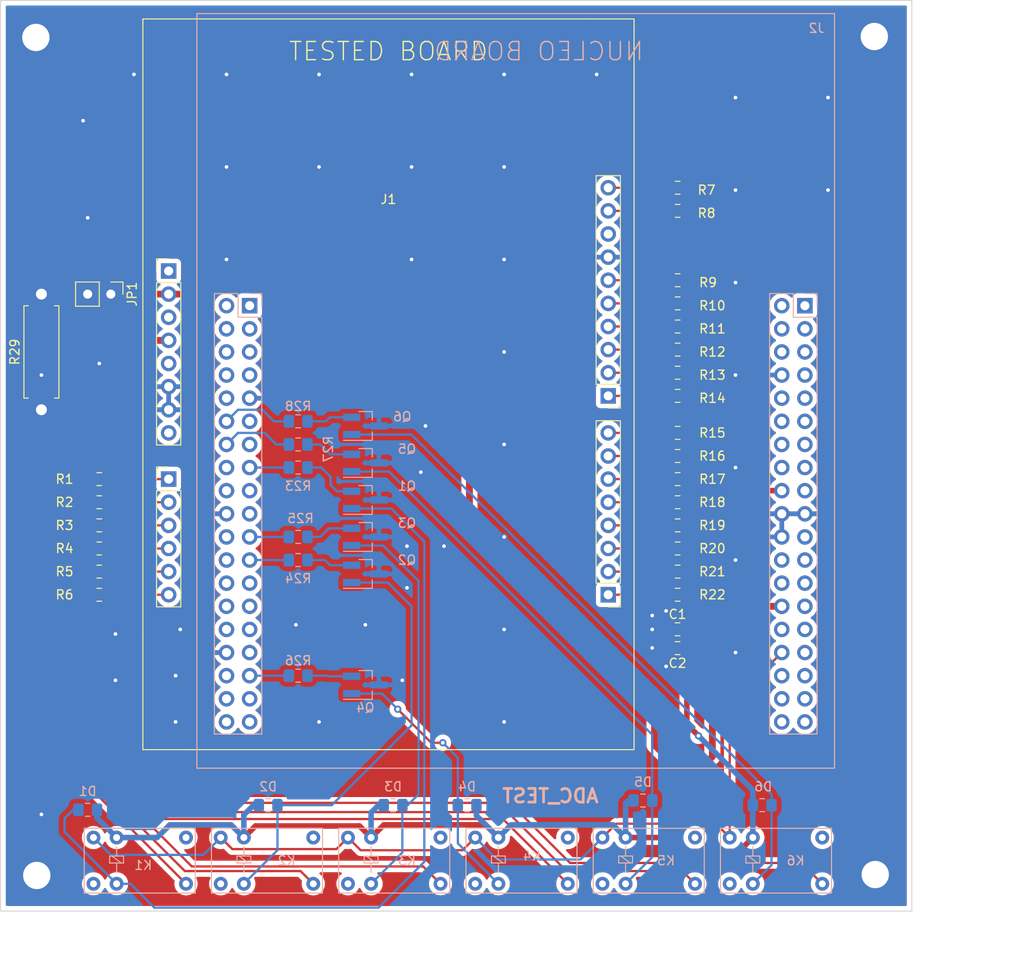
<source format=kicad_pcb>
(kicad_pcb (version 20171130) (host pcbnew "(5.1.10)-1")
  (layers (0 F.Cu signal hide) (31 B.Cu signal) (34 B.Paste user) (35 F.Paste user) (36 B.SilkS user) (37 F.SilkS user) (38 B.Mask user) (39 F.Mask user) (44 Edge.Cuts user))
  (net 0 "")
  (net 1 /T_P5-9V_VIN)
  (net 2 GND)
  (net 3 /T_P5V_USB)
  (net 4 /T_RESET_PTA1)
  (net 5 /T_SDA_PTD5)
  (net 6 /T_VREFH)
  (net 7 /PC10)
  (net 8 /PC11)
  (net 9 /PC12)
  (net 10 /PD2)
  (net 11 /VDD)
  (net 12 /E5V)
  (net 13 /BOOT0)
  (net 14 /IOREF)
  (net 15 /PA13)
  (net 16 /RESET)
  (net 17 /PA14)
  (net 18 /+3V3)
  (net 19 /PA15)
  (net 20 /PB7)
  (net 21 /PC13)
  (net 22 /VIN)
  (net 23 /PC14)
  (net 24 /PC15)
  (net 25 /PA0)
  (net 26 /PH0)
  (net 27 /PA1)
  (net 28 /PH1)
  (net 29 /PA4)
  (net 30 /VBAT)
  (net 31 /PB0)
  (net 32 /PC2)
  (net 33 /PC1)
  (net 34 /PC3)
  (net 35 /PC0)
  (net 36 /PA3)
  (net 37 /PA2)
  (net 38 /PC4)
  (net 39 /PA10)
  (net 40 /PB3)
  (net 41 /PB13)
  (net 42 /PB5)
  (net 43 /PB14)
  (net 44 /PB4)
  (net 45 /PB15)
  (net 46 /PB10)
  (net 47 /PB1)
  (net 48 /PA8)
  (net 49 /PB2)
  (net 50 /PA9)
  (net 51 /PC7)
  (net 52 /PB11)
  (net 53 /PB6)
  (net 54 /PB12)
  (net 55 /PA7)
  (net 56 /PA11)
  (net 57 /PA6)
  (net 58 /PA12)
  (net 59 /PA5)
  (net 60 /U5V)
  (net 61 /AVDD)
  (net 62 /PC5)
  (net 63 /PB9)
  (net 64 /PC6)
  (net 65 /PB8)
  (net 66 /PC8)
  (net 67 /PC9)
  (net 68 /T_PTB8)
  (net 69 /T_PTB9)
  (net 70 /T_PTA8)
  (net 71 /T_PTA0)
  (net 72 /T_PTA9)
  (net 73 /T_PTB13)
  (net 74 /T_PTB3)
  (net 75 /T_PTB4)
  (net 76 /T_PTB0)
  (net 77 /T_PTA6)
  (net 78 /T_PTA7)
  (net 79 /T_PTA5)
  (net 80 /T_PTB11)
  (net 81 /T_PTB10)
  (net 82 /T_PTB7)
  (net 83 /T_PTB6)
  (net 84 /T_PTA12)
  (net 85 /T_PTA10)
  (net 86 /T_PTB5)
  (net 87 /T_PTA11)
  (net 88 /T_PTB1)
  (net 89 /T_PTB2)
  (net 90 "Net-(J1-PadJ2_1)")
  (net 91 "Net-(J1-PadJ2_2)")
  (net 92 "Net-(J1-PadJ2_3)")
  (net 93 "Net-(J1-PadJ2_4)")
  (net 94 "Net-(J1-PadJ2_5)")
  (net 95 "Net-(J1-PadJ2_6)")
  (net 96 "Net-(J1-PadJ3_10)")
  (net 97 "Net-(J1-PadJ3_9)")
  (net 98 "Net-(J1-PadJ3_6)")
  (net 99 "Net-(J1-PadJ3_5)")
  (net 100 "Net-(J1-PadJ3_4)")
  (net 101 "Net-(J1-PadJ3_3)")
  (net 102 "Net-(J1-PadJ3_2)")
  (net 103 "Net-(J1-PadJ3_1)")
  (net 104 "Net-(J1-PadJ4_8)")
  (net 105 "Net-(J1-PadJ4_7)")
  (net 106 "Net-(J1-PadJ4_6)")
  (net 107 "Net-(J1-PadJ4_5)")
  (net 108 "Net-(J1-PadJ4_4)")
  (net 109 "Net-(J1-PadJ4_3)")
  (net 110 "Net-(J1-PadJ4_2)")
  (net 111 "Net-(J1-PadJ4_1)")
  (net 112 "Net-(J2-PadJ1_26)")
  (net 113 "Net-(J2-PadJ1_11)")
  (net 114 "Net-(J2-PadJ1_10)")
  (net 115 "Net-(J2-PadJ1_9)")
  (net 116 "Net-(J2-PadJ2_10)")
  (net 117 "Net-(J2-PadJ2_38)")
  (net 118 "Net-(J2-PadJ2_36)")
  (net 119 +5V)
  (net 120 "Net-(D1-Pad2)")
  (net 121 "Net-(D2-Pad2)")
  (net 122 "Net-(D3-Pad2)")
  (net 123 "Net-(D4-Pad2)")
  (net 124 "Net-(D5-Pad2)")
  (net 125 "Net-(D6-Pad2)")
  (net 126 "Net-(Q1-Pad2)")
  (net 127 "Net-(Q2-Pad2)")
  (net 128 "Net-(Q3-Pad2)")
  (net 129 "Net-(Q4-Pad2)")
  (net 130 "Net-(Q5-Pad2)")
  (net 131 "Net-(Q6-Pad2)")
  (net 132 "Net-(JP1-Pad2)")
  (module TestBed_KL05_Library_Footprint:RELAY_HFD23-1ZS (layer B.Cu) (at 151.765 129.54)
    (fp_text reference K2 (at 2.159 -7.62) (layer B.SilkS) (effects (justify mirror)))
    (fp_text value RELAY)
    (pad "" thru_hole circle (at -5.08 -5.08) (size 1.524 1.524) (drill 0.762) (layers *.Cu *.Mask))
    (pad "" thru_hole circle (at 5.08 -10.16) (size 1.524 1.524) (drill 0.762) (layers *.Cu *.Mask))
    (pad 4 thru_hole circle (at 5.08 -5.08) (size 1.524 1.524) (drill 0.762) (layers *.Cu *.Mask) (net 69 /T_PTB9))
    (pad 3 thru_hole circle (at -5.08 -10.16) (size 1.524 1.524) (drill 0.762) (layers *.Cu *.Mask) (net 29 /PA4))
    (pad 2 thru_hole circle (at -2.54 -10.16) (size 1.524 1.524) (drill 0.762) (layers *.Cu *.Mask) (net 119 +5V))
    (pad 1 thru_hole circle (at -2.54 -5.08) (size 1.524 1.524) (drill 0.762) (layers *.Cu *.Mask) (net 121 "Net-(D2-Pad2)"))
  )
  (module TestBed_KL05_Library_Footprint:RELAY_HFD23-1ZS (layer B.Cu) (at 165.735 129.54)
    (fp_text reference K3 (at 1.397 -7.62) (layer B.SilkS) (effects (justify mirror)))
    (fp_text value RELAY)
    (pad 1 thru_hole circle (at -2.54 -5.08) (size 1.524 1.524) (drill 0.762) (layers *.Cu *.Mask) (net 122 "Net-(D3-Pad2)"))
    (pad 2 thru_hole circle (at -2.54 -10.16) (size 1.524 1.524) (drill 0.762) (layers *.Cu *.Mask) (net 119 +5V))
    (pad 3 thru_hole circle (at -5.08 -10.16) (size 1.524 1.524) (drill 0.762) (layers *.Cu *.Mask) (net 29 /PA4))
    (pad 4 thru_hole circle (at 5.08 -5.08) (size 1.524 1.524) (drill 0.762) (layers *.Cu *.Mask) (net 70 /T_PTA8))
    (pad "" thru_hole circle (at 5.08 -10.16) (size 1.524 1.524) (drill 0.762) (layers *.Cu *.Mask))
    (pad "" thru_hole circle (at -5.08 -5.08) (size 1.524 1.524) (drill 0.762) (layers *.Cu *.Mask))
  )
  (module TestBed_KL05_Library_Footprint:CONN_MORPH_NUCLEO (layer B.Cu) (at 179.07 55.88 180)
    (fp_text reference J2 (at -33.02 25.4) (layer B.SilkS) (effects (justify mirror)))
    (fp_text value CONN_NUCLEO_MORPH)
    (pad J1_37 thru_hole oval (at -31.75 -50.8 180) (size 1.7 1.7) (drill 1) (layers *.Cu *.Mask) (net 34 /PC3))
    (pad J1_36 thru_hole oval (at -29.21 -48.26 180) (size 1.7 1.7) (drill 1) (layers *.Cu *.Mask) (net 33 /PC1))
    (pad J1_38 thru_hole oval (at -29.21 -50.8 180) (size 1.7 1.7) (drill 1) (layers *.Cu *.Mask) (net 35 /PC0))
    (pad J1_34 thru_hole oval (at -29.21 -45.72 180) (size 1.7 1.7) (drill 1) (layers *.Cu *.Mask) (net 31 /PB0))
    (pad J1_35 thru_hole oval (at -31.75 -48.26 180) (size 1.7 1.7) (drill 1) (layers *.Cu *.Mask) (net 32 /PC2))
    (pad J1_27 thru_hole oval (at -31.75 -38.1 180) (size 1.7 1.7) (drill 1) (layers *.Cu *.Mask) (net 24 /PC15))
    (pad J1_26 thru_hole oval (at -29.21 -35.56 180) (size 1.7 1.7) (drill 1) (layers *.Cu *.Mask) (net 112 "Net-(J2-PadJ1_26)"))
    (pad J1_24 thru_hole oval (at -29.21 -33.02 180) (size 1.7 1.7) (drill 1) (layers *.Cu *.Mask) (net 22 /VIN))
    (pad J1_23 thru_hole oval (at -31.75 -33.02 180) (size 1.7 1.7) (drill 1) (layers *.Cu *.Mask) (net 21 /PC13))
    (pad J1_22 thru_hole oval (at -29.21 -30.48 180) (size 1.7 1.7) (drill 1) (layers *.Cu *.Mask) (net 2 GND))
    (pad J1_18 thru_hole oval (at -29.21 -25.4 180) (size 1.7 1.7) (drill 1) (layers *.Cu *.Mask) (net 119 +5V))
    (pad J1_16 thru_hole oval (at -29.21 -22.86 180) (size 1.7 1.7) (drill 1) (layers *.Cu *.Mask) (net 18 /+3V3))
    (pad J1_1 thru_hole rect (at -31.75 -5.08 180) (size 1.7 1.7) (drill 1) (layers *.Cu *.Mask) (net 7 /PC10))
    (pad J1_12 thru_hole oval (at -29.21 -17.78 180) (size 1.7 1.7) (drill 1) (layers *.Cu *.Mask) (net 14 /IOREF))
    (pad J1_11 thru_hole oval (at -31.75 -17.78 180) (size 1.7 1.7) (drill 1) (layers *.Cu *.Mask) (net 113 "Net-(J2-PadJ1_11)"))
    (pad J1_8 thru_hole oval (at -29.21 -12.7 180) (size 1.7 1.7) (drill 1) (layers *.Cu *.Mask) (net 2 GND))
    (pad J1_2 thru_hole oval (at -29.21 -5.08 180) (size 1.7 1.7) (drill 1) (layers *.Cu *.Mask) (net 8 /PC11))
    (pad J1_13 thru_hole oval (at -31.75 -20.32 180) (size 1.7 1.7) (drill 1) (layers *.Cu *.Mask) (net 15 /PA13))
    (pad J1_6 thru_hole oval (at -29.21 -10.16 180) (size 1.7 1.7) (drill 1) (layers *.Cu *.Mask) (net 12 /E5V))
    (pad J1_31 thru_hole oval (at -31.75 -43.18 180) (size 1.7 1.7) (drill 1) (layers *.Cu *.Mask) (net 28 /PH1))
    (pad J1_30 thru_hole oval (at -29.21 -40.64 180) (size 1.7 1.7) (drill 1) (layers *.Cu *.Mask) (net 27 /PA1))
    (pad J1_28 thru_hole oval (at -29.21 -38.1 180) (size 1.7 1.7) (drill 1) (layers *.Cu *.Mask) (net 25 /PA0))
    (pad J1_4 thru_hole oval (at -29.21 -7.62 180) (size 1.7 1.7) (drill 1) (layers *.Cu *.Mask) (net 10 /PD2))
    (pad J1_21 thru_hole oval (at -31.75 -30.48 180) (size 1.7 1.7) (drill 1) (layers *.Cu *.Mask) (net 20 /PB7))
    (pad J1_10 thru_hole oval (at -29.21 -15.24 180) (size 1.7 1.7) (drill 1) (layers *.Cu *.Mask) (net 114 "Net-(J2-PadJ1_10)"))
    (pad J1_19 thru_hole oval (at -31.75 -27.94 180) (size 1.7 1.7) (drill 1) (layers *.Cu *.Mask) (net 2 GND))
    (pad J1_14 thru_hole oval (at -29.21 -20.32 180) (size 1.7 1.7) (drill 1) (layers *.Cu *.Mask) (net 16 /RESET))
    (pad J1_3 thru_hole oval (at -31.75 -7.62 180) (size 1.7 1.7) (drill 1) (layers *.Cu *.Mask) (net 9 /PC12))
    (pad J1_29 thru_hole oval (at -31.75 -40.64 180) (size 1.7 1.7) (drill 1) (layers *.Cu *.Mask) (net 26 /PH0))
    (pad J1_5 thru_hole oval (at -31.75 -10.16 180) (size 1.7 1.7) (drill 1) (layers *.Cu *.Mask) (net 11 /VDD))
    (pad J1_33 thru_hole oval (at -31.75 -45.72 180) (size 1.7 1.7) (drill 1) (layers *.Cu *.Mask) (net 30 /VBAT))
    (pad J1_17 thru_hole oval (at -31.75 -25.4 180) (size 1.7 1.7) (drill 1) (layers *.Cu *.Mask) (net 19 /PA15))
    (pad J1_7 thru_hole oval (at -31.75 -12.7 180) (size 1.7 1.7) (drill 1) (layers *.Cu *.Mask) (net 13 /BOOT0))
    (pad J1_32 thru_hole oval (at -29.21 -43.18 180) (size 1.7 1.7) (drill 1) (layers *.Cu *.Mask) (net 29 /PA4))
    (pad J1_15 thru_hole oval (at -31.75 -22.86 180) (size 1.7 1.7) (drill 1) (layers *.Cu *.Mask) (net 17 /PA14))
    (pad J1_25 thru_hole oval (at -31.75 -35.56 180) (size 1.7 1.7) (drill 1) (layers *.Cu *.Mask) (net 23 /PC14))
    (pad J1_20 thru_hole oval (at -29.21 -27.94 180) (size 1.7 1.7) (drill 1) (layers *.Cu *.Mask) (net 2 GND))
    (pad J1_9 thru_hole oval (at -31.75 -15.24 180) (size 1.7 1.7) (drill 1) (layers *.Cu *.Mask) (net 115 "Net-(J2-PadJ1_9)"))
    (pad J2_12 thru_hole oval (at 31.75 -17.78 180) (size 1.7 1.7) (drill 1) (layers *.Cu *.Mask) (net 58 /PA12))
    (pad J2_10 thru_hole oval (at 31.75 -15.24 180) (size 1.7 1.7) (drill 1) (layers *.Cu *.Mask) (net 116 "Net-(J2-PadJ2_10)"))
    (pad J2_28 thru_hole oval (at 31.75 -38.1 180) (size 1.7 1.7) (drill 1) (layers *.Cu *.Mask) (net 43 /PB14))
    (pad J2_6 thru_hole oval (at 31.75 -10.16 180) (size 1.7 1.7) (drill 1) (layers *.Cu *.Mask) (net 62 /PC5))
    (pad J2_2 thru_hole oval (at 31.75 -5.08 180) (size 1.7 1.7) (drill 1) (layers *.Cu *.Mask) (net 66 /PC8))
    (pad J2_22 thru_hole oval (at 31.75 -30.48 180) (size 1.7 1.7) (drill 1) (layers *.Cu *.Mask) (net 49 /PB2))
    (pad J2_18 thru_hole oval (at 31.75 -25.4 180) (size 1.7 1.7) (drill 1) (layers *.Cu *.Mask) (net 52 /PB11))
    (pad J2_38 thru_hole oval (at 31.75 -50.8 180) (size 1.7 1.7) (drill 1) (layers *.Cu *.Mask) (net 117 "Net-(J2-PadJ2_38)"))
    (pad J2_37 thru_hole oval (at 29.21 -50.8 180) (size 1.7 1.7) (drill 1) (layers *.Cu *.Mask) (net 36 /PA3))
    (pad J2_15 thru_hole oval (at 29.21 -22.86 180) (size 1.7 1.7) (drill 1) (layers *.Cu *.Mask) (net 55 /PA7))
    (pad J2_29 thru_hole oval (at 29.21 -40.64 180) (size 1.7 1.7) (drill 1) (layers *.Cu *.Mask) (net 42 /PB5))
    (pad J2_30 thru_hole oval (at 31.75 -40.64 180) (size 1.7 1.7) (drill 1) (layers *.Cu *.Mask) (net 41 /PB13))
    (pad J2_26 thru_hole oval (at 31.75 -35.56 180) (size 1.7 1.7) (drill 1) (layers *.Cu *.Mask) (net 45 /PB15))
    (pad J2_34 thru_hole oval (at 31.75 -45.72 180) (size 1.7 1.7) (drill 1) (layers *.Cu *.Mask) (net 38 /PC4))
    (pad J2_11 thru_hole oval (at 29.21 -17.78 180) (size 1.7 1.7) (drill 1) (layers *.Cu *.Mask) (net 59 /PA5))
    (pad J2_9 thru_hole oval (at 29.21 -15.24 180) (size 1.7 1.7) (drill 1) (layers *.Cu *.Mask) (net 2 GND))
    (pad J2_20 thru_hole oval (at 31.75 -27.94 180) (size 1.7 1.7) (drill 1) (layers *.Cu *.Mask) (net 2 GND))
    (pad J2_5 thru_hole oval (at 29.21 -10.16 180) (size 1.7 1.7) (drill 1) (layers *.Cu *.Mask) (net 63 /PB9))
    (pad J2_14 thru_hole oval (at 31.75 -20.32 180) (size 1.7 1.7) (drill 1) (layers *.Cu *.Mask) (net 56 /PA11))
    (pad J2_21 thru_hole oval (at 29.21 -30.48 180) (size 1.7 1.7) (drill 1) (layers *.Cu *.Mask) (net 50 /PA9))
    (pad J2_4 thru_hole oval (at 31.75 -7.62 180) (size 1.7 1.7) (drill 1) (layers *.Cu *.Mask) (net 64 /PC6))
    (pad J2_31 thru_hole oval (at 29.21 -43.18 180) (size 1.7 1.7) (drill 1) (layers *.Cu *.Mask) (net 40 /PB3))
    (pad J2_13 thru_hole oval (at 29.21 -20.32 180) (size 1.7 1.7) (drill 1) (layers *.Cu *.Mask) (net 57 /PA6))
    (pad J2_24 thru_hole oval (at 31.75 -33.02 180) (size 1.7 1.7) (drill 1) (layers *.Cu *.Mask) (net 47 /PB1))
    (pad J2_25 thru_hole oval (at 29.21 -35.56 180) (size 1.7 1.7) (drill 1) (layers *.Cu *.Mask) (net 46 /PB10))
    (pad J2_32 thru_hole oval (at 31.75 -43.18 180) (size 1.7 1.7) (drill 1) (layers *.Cu *.Mask) (net 2 GND))
    (pad J2_7 thru_hole oval (at 29.21 -12.7 180) (size 1.7 1.7) (drill 1) (layers *.Cu *.Mask) (net 61 /AVDD))
    (pad J2_36 thru_hole oval (at 31.75 -48.26 180) (size 1.7 1.7) (drill 1) (layers *.Cu *.Mask) (net 118 "Net-(J2-PadJ2_36)"))
    (pad J2_16 thru_hole oval (at 31.75 -22.86 180) (size 1.7 1.7) (drill 1) (layers *.Cu *.Mask) (net 54 /PB12))
    (pad J2_35 thru_hole oval (at 29.21 -48.26 180) (size 1.7 1.7) (drill 1) (layers *.Cu *.Mask) (net 37 /PA2))
    (pad J2_23 thru_hole oval (at 29.21 -33.02 180) (size 1.7 1.7) (drill 1) (layers *.Cu *.Mask) (net 48 /PA8))
    (pad J2_27 thru_hole oval (at 29.21 -38.1 180) (size 1.7 1.7) (drill 1) (layers *.Cu *.Mask) (net 44 /PB4))
    (pad J2_1 thru_hole rect (at 29.21 -5.08 180) (size 1.7 1.7) (drill 1) (layers *.Cu *.Mask) (net 67 /PC9))
    (pad J2_17 thru_hole oval (at 29.21 -25.4 180) (size 1.7 1.7) (drill 1) (layers *.Cu *.Mask) (net 53 /PB6))
    (pad J2_33 thru_hole oval (at 29.21 -45.72 180) (size 1.7 1.7) (drill 1) (layers *.Cu *.Mask) (net 39 /PA10))
    (pad J2_3 thru_hole oval (at 29.21 -7.62 180) (size 1.7 1.7) (drill 1) (layers *.Cu *.Mask) (net 65 /PB8))
    (pad J2_19 thru_hole oval (at 29.21 -27.94 180) (size 1.7 1.7) (drill 1) (layers *.Cu *.Mask) (net 51 /PC7))
    (pad J2_8 thru_hole oval (at 31.75 -12.7 180) (size 1.7 1.7) (drill 1) (layers *.Cu *.Mask) (net 60 /U5V))
  )
  (module Resistor_SMD:R_0805_2012Metric_Pad1.15x1.40mm_HandSolder (layer F.Cu) (at 133.35 80.01 180)
    (fp_text reference R1 (at 3.81 0) (layer F.SilkS))
    (fp_text value 330)
    (pad 2 smd roundrect (at 1.025 0 180) (size 1.15 1.4) (layers F.Cu F.Paste F.Mask) (roundrect_rratio 0.217391) (net 68 /T_PTB8))
    (pad 1 smd roundrect (at -1.025 0 180) (size 1.15 1.4) (layers F.Cu F.Paste F.Mask) (roundrect_rratio 0.217391) (net 90 "Net-(J1-PadJ2_1)"))
  )
  (module Resistor_SMD:R_0805_2012Metric_Pad1.15x1.40mm_HandSolder (layer F.Cu) (at 133.35 82.55 180)
    (fp_text reference R2 (at 3.81 0) (layer F.SilkS))
    (fp_text value 330)
    (pad 1 smd roundrect (at -1.025 0 180) (size 1.15 1.4) (layers F.Cu F.Paste F.Mask) (roundrect_rratio 0.217391) (net 91 "Net-(J1-PadJ2_2)"))
    (pad 2 smd roundrect (at 1.025 0 180) (size 1.15 1.4) (layers F.Cu F.Paste F.Mask) (roundrect_rratio 0.217391) (net 69 /T_PTB9))
  )
  (module Resistor_SMD:R_0805_2012Metric_Pad1.15x1.40mm_HandSolder (layer F.Cu) (at 133.35 85.09 180)
    (fp_text reference R3 (at 3.81 0) (layer F.SilkS))
    (fp_text value 330)
    (pad 2 smd roundrect (at 1.025 0 180) (size 1.15 1.4) (layers F.Cu F.Paste F.Mask) (roundrect_rratio 0.217391) (net 70 /T_PTA8))
    (pad 1 smd roundrect (at -1.025 0 180) (size 1.15 1.4) (layers F.Cu F.Paste F.Mask) (roundrect_rratio 0.217391) (net 92 "Net-(J1-PadJ2_3)"))
  )
  (module Resistor_SMD:R_0805_2012Metric_Pad1.15x1.40mm_HandSolder (layer F.Cu) (at 133.35 87.63 180)
    (fp_text reference R4 (at 3.81 0) (layer F.SilkS))
    (fp_text value 330)
    (pad 1 smd roundrect (at -1.025 0 180) (size 1.15 1.4) (layers F.Cu F.Paste F.Mask) (roundrect_rratio 0.217391) (net 93 "Net-(J1-PadJ2_4)"))
    (pad 2 smd roundrect (at 1.025 0 180) (size 1.15 1.4) (layers F.Cu F.Paste F.Mask) (roundrect_rratio 0.217391) (net 71 /T_PTA0))
  )
  (module Resistor_SMD:R_0805_2012Metric_Pad1.15x1.40mm_HandSolder (layer F.Cu) (at 133.35 90.17 180)
    (fp_text reference R5 (at 3.81 0) (layer F.SilkS))
    (fp_text value 330)
    (pad 2 smd roundrect (at 1.025 0 180) (size 1.15 1.4) (layers F.Cu F.Paste F.Mask) (roundrect_rratio 0.217391) (net 72 /T_PTA9))
    (pad 1 smd roundrect (at -1.025 0 180) (size 1.15 1.4) (layers F.Cu F.Paste F.Mask) (roundrect_rratio 0.217391) (net 94 "Net-(J1-PadJ2_5)"))
  )
  (module Resistor_SMD:R_0805_2012Metric_Pad1.15x1.40mm_HandSolder (layer F.Cu) (at 133.35 92.71 180)
    (fp_text reference R6 (at 3.81 0) (layer F.SilkS))
    (fp_text value 330)
    (pad 2 smd roundrect (at 1.025 0 180) (size 1.15 1.4) (layers F.Cu F.Paste F.Mask) (roundrect_rratio 0.217391) (net 73 /T_PTB13))
    (pad 1 smd roundrect (at -1.025 0 180) (size 1.15 1.4) (layers F.Cu F.Paste F.Mask) (roundrect_rratio 0.217391) (net 95 "Net-(J1-PadJ2_6)"))
  )
  (module Resistor_SMD:R_0805_2012Metric_Pad1.15x1.40mm_HandSolder (layer F.Cu) (at 196.85 48.006 180)
    (fp_text reference R7 (at -3.175 -0.254) (layer F.SilkS))
    (fp_text value 330)
    (pad 1 smd roundrect (at -1.025 0 180) (size 1.15 1.4) (layers F.Cu F.Paste F.Mask) (roundrect_rratio 0.217391) (net 74 /T_PTB3))
    (pad 2 smd roundrect (at 1.025 0 180) (size 1.15 1.4) (layers F.Cu F.Paste F.Mask) (roundrect_rratio 0.217391) (net 96 "Net-(J1-PadJ3_10)"))
  )
  (module Resistor_SMD:R_0805_2012Metric_Pad1.15x1.40mm_HandSolder (layer F.Cu) (at 196.85 50.546 180)
    (fp_text reference R8 (at -3.175 -0.254) (layer F.SilkS))
    (fp_text value 330)
    (pad 1 smd roundrect (at -1.025 0 180) (size 1.15 1.4) (layers F.Cu F.Paste F.Mask) (roundrect_rratio 0.217391) (net 75 /T_PTB4))
    (pad 2 smd roundrect (at 1.025 0 180) (size 1.15 1.4) (layers F.Cu F.Paste F.Mask) (roundrect_rratio 0.217391) (net 97 "Net-(J1-PadJ3_9)"))
  )
  (module Resistor_SMD:R_0805_2012Metric_Pad1.15x1.40mm_HandSolder (layer F.Cu) (at 196.85 58.166 180)
    (fp_text reference R9 (at -3.33248 -0.254) (layer F.SilkS))
    (fp_text value 330)
    (pad 2 smd roundrect (at 1.025 0 180) (size 1.15 1.4) (layers F.Cu F.Paste F.Mask) (roundrect_rratio 0.217391) (net 98 "Net-(J1-PadJ3_6)"))
    (pad 1 smd roundrect (at -1.025 0 180) (size 1.15 1.4) (layers F.Cu F.Paste F.Mask) (roundrect_rratio 0.217391) (net 76 /T_PTB0))
  )
  (module Resistor_SMD:R_0805_2012Metric_Pad1.15x1.40mm_HandSolder (layer F.Cu) (at 196.85 60.706 180)
    (fp_text reference R10 (at -3.81 -0.254) (layer F.SilkS))
    (fp_text value 330)
    (pad 1 smd roundrect (at -1.025 0 180) (size 1.15 1.4) (layers F.Cu F.Paste F.Mask) (roundrect_rratio 0.217391) (net 77 /T_PTA6))
    (pad 2 smd roundrect (at 1.025 0 180) (size 1.15 1.4) (layers F.Cu F.Paste F.Mask) (roundrect_rratio 0.217391) (net 99 "Net-(J1-PadJ3_5)"))
  )
  (module Resistor_SMD:R_0805_2012Metric_Pad1.15x1.40mm_HandSolder (layer F.Cu) (at 196.85 63.246 180)
    (fp_text reference R11 (at -3.81 -0.254) (layer F.SilkS))
    (fp_text value 330)
    (pad 2 smd roundrect (at 1.025 0 180) (size 1.15 1.4) (layers F.Cu F.Paste F.Mask) (roundrect_rratio 0.217391) (net 100 "Net-(J1-PadJ3_4)"))
    (pad 1 smd roundrect (at -1.025 0 180) (size 1.15 1.4) (layers F.Cu F.Paste F.Mask) (roundrect_rratio 0.217391) (net 78 /T_PTA7))
  )
  (module Resistor_SMD:R_0805_2012Metric_Pad1.15x1.40mm_HandSolder (layer F.Cu) (at 196.85 65.786 180)
    (fp_text reference R12 (at -3.81 -0.254) (layer F.SilkS))
    (fp_text value 330)
    (pad 1 smd roundrect (at -1.025 0 180) (size 1.15 1.4) (layers F.Cu F.Paste F.Mask) (roundrect_rratio 0.217391) (net 79 /T_PTA5))
    (pad 2 smd roundrect (at 1.025 0 180) (size 1.15 1.4) (layers F.Cu F.Paste F.Mask) (roundrect_rratio 0.217391) (net 101 "Net-(J1-PadJ3_3)"))
  )
  (module Resistor_SMD:R_0805_2012Metric_Pad1.15x1.40mm_HandSolder (layer F.Cu) (at 196.85 68.326 180)
    (fp_text reference R13 (at -3.81 -0.254) (layer F.SilkS))
    (fp_text value 330)
    (pad 2 smd roundrect (at 1.025 0 180) (size 1.15 1.4) (layers F.Cu F.Paste F.Mask) (roundrect_rratio 0.217391) (net 102 "Net-(J1-PadJ3_2)"))
    (pad 1 smd roundrect (at -1.025 0 180) (size 1.15 1.4) (layers F.Cu F.Paste F.Mask) (roundrect_rratio 0.217391) (net 80 /T_PTB11))
  )
  (module Resistor_SMD:R_0805_2012Metric_Pad1.15x1.40mm_HandSolder (layer F.Cu) (at 196.85 70.866 180)
    (fp_text reference R14 (at -3.81 -0.254) (layer F.SilkS))
    (fp_text value 330)
    (pad 1 smd roundrect (at -1.025 0 180) (size 1.15 1.4) (layers F.Cu F.Paste F.Mask) (roundrect_rratio 0.217391) (net 81 /T_PTB10))
    (pad 2 smd roundrect (at 1.025 0 180) (size 1.15 1.4) (layers F.Cu F.Paste F.Mask) (roundrect_rratio 0.217391) (net 103 "Net-(J1-PadJ3_1)"))
  )
  (module Resistor_SMD:R_0805_2012Metric_Pad1.15x1.40mm_HandSolder (layer F.Cu) (at 196.85 74.93 180)
    (fp_text reference R15 (at -3.81 0) (layer F.SilkS))
    (fp_text value 330)
    (pad 2 smd roundrect (at 1.025 0 180) (size 1.15 1.4) (layers F.Cu F.Paste F.Mask) (roundrect_rratio 0.217391) (net 104 "Net-(J1-PadJ4_8)"))
    (pad 1 smd roundrect (at -1.025 0 180) (size 1.15 1.4) (layers F.Cu F.Paste F.Mask) (roundrect_rratio 0.217391) (net 82 /T_PTB7))
  )
  (module Resistor_SMD:R_0805_2012Metric_Pad1.15x1.40mm_HandSolder (layer F.Cu) (at 196.85 77.47 180)
    (fp_text reference R16 (at -3.81 0) (layer F.SilkS))
    (fp_text value 330)
    (pad 1 smd roundrect (at -1.025 0 180) (size 1.15 1.4) (layers F.Cu F.Paste F.Mask) (roundrect_rratio 0.217391) (net 83 /T_PTB6))
    (pad 2 smd roundrect (at 1.025 0 180) (size 1.15 1.4) (layers F.Cu F.Paste F.Mask) (roundrect_rratio 0.217391) (net 105 "Net-(J1-PadJ4_7)"))
  )
  (module Resistor_SMD:R_0805_2012Metric_Pad1.15x1.40mm_HandSolder (layer F.Cu) (at 196.85 80.01 180)
    (fp_text reference R17 (at -3.81 0) (layer F.SilkS))
    (fp_text value 330)
    (pad 2 smd roundrect (at 1.025 0 180) (size 1.15 1.4) (layers F.Cu F.Paste F.Mask) (roundrect_rratio 0.217391) (net 106 "Net-(J1-PadJ4_6)"))
    (pad 1 smd roundrect (at -1.025 0 180) (size 1.15 1.4) (layers F.Cu F.Paste F.Mask) (roundrect_rratio 0.217391) (net 84 /T_PTA12))
  )
  (module Resistor_SMD:R_0805_2012Metric_Pad1.15x1.40mm_HandSolder (layer F.Cu) (at 196.85 82.55 180)
    (fp_text reference R18 (at -3.81 0) (layer F.SilkS))
    (fp_text value 330)
    (pad 1 smd roundrect (at -1.025 0 180) (size 1.15 1.4) (layers F.Cu F.Paste F.Mask) (roundrect_rratio 0.217391) (net 85 /T_PTA10))
    (pad 2 smd roundrect (at 1.025 0 180) (size 1.15 1.4) (layers F.Cu F.Paste F.Mask) (roundrect_rratio 0.217391) (net 107 "Net-(J1-PadJ4_5)"))
  )
  (module Resistor_SMD:R_0805_2012Metric_Pad1.15x1.40mm_HandSolder (layer F.Cu) (at 196.85 85.09 180)
    (fp_text reference R19 (at -3.81 0) (layer F.SilkS))
    (fp_text value 330)
    (pad 2 smd roundrect (at 1.025 0 180) (size 1.15 1.4) (layers F.Cu F.Paste F.Mask) (roundrect_rratio 0.217391) (net 108 "Net-(J1-PadJ4_4)"))
    (pad 1 smd roundrect (at -1.025 0 180) (size 1.15 1.4) (layers F.Cu F.Paste F.Mask) (roundrect_rratio 0.217391) (net 86 /T_PTB5))
  )
  (module Resistor_SMD:R_0805_2012Metric_Pad1.15x1.40mm_HandSolder (layer F.Cu) (at 196.85 87.63 180)
    (fp_text reference R20 (at -3.81 0) (layer F.SilkS))
    (fp_text value 330)
    (pad 1 smd roundrect (at -1.025 0 180) (size 1.15 1.4) (layers F.Cu F.Paste F.Mask) (roundrect_rratio 0.217391) (net 87 /T_PTA11))
    (pad 2 smd roundrect (at 1.025 0 180) (size 1.15 1.4) (layers F.Cu F.Paste F.Mask) (roundrect_rratio 0.217391) (net 109 "Net-(J1-PadJ4_3)"))
  )
  (module Resistor_SMD:R_0805_2012Metric_Pad1.15x1.40mm_HandSolder (layer F.Cu) (at 196.85 90.17 180)
    (fp_text reference R21 (at -3.81 0) (layer F.SilkS))
    (fp_text value 330)
    (pad 2 smd roundrect (at 1.025 0 180) (size 1.15 1.4) (layers F.Cu F.Paste F.Mask) (roundrect_rratio 0.217391) (net 110 "Net-(J1-PadJ4_2)"))
    (pad 1 smd roundrect (at -1.025 0 180) (size 1.15 1.4) (layers F.Cu F.Paste F.Mask) (roundrect_rratio 0.217391) (net 88 /T_PTB1))
  )
  (module Resistor_SMD:R_0805_2012Metric_Pad1.15x1.40mm_HandSolder (layer F.Cu) (at 196.85 92.71 180)
    (fp_text reference R22 (at -3.81 0) (layer F.SilkS))
    (fp_text value 330)
    (pad 1 smd roundrect (at -1.025 0 180) (size 1.15 1.4) (layers F.Cu F.Paste F.Mask) (roundrect_rratio 0.217391) (net 89 /T_PTB2))
    (pad 2 smd roundrect (at 1.025 0 180) (size 1.15 1.4) (layers F.Cu F.Paste F.Mask) (roundrect_rratio 0.217391) (net 111 "Net-(J1-PadJ4_1)"))
  )
  (module Resistor_SMD:R_0805_2012Metric_Pad1.15x1.40mm_HandSolder (layer F.Cu) (at 196.836601 96.504401)
    (fp_text reference C1 (at 0 -1.65) (layer F.SilkS))
    (fp_text value 100nF)
    (pad 1 smd roundrect (at -1.025 0) (size 1.15 1.4) (layers F.Cu F.Paste F.Mask) (roundrect_rratio 0.217391) (net 2 GND))
    (pad 2 smd roundrect (at 1.025 0) (size 1.15 1.4) (layers F.Cu F.Paste F.Mask) (roundrect_rratio 0.217391) (net 119 +5V))
  )
  (module Resistor_SMD:R_0805_2012Metric_Pad1.15x1.40mm_HandSolder (layer F.Cu) (at 196.836601 98.5774 180)
    (fp_text reference C2 (at 0 -1.65) (layer F.SilkS))
    (fp_text value 100nF)
    (pad 2 smd roundrect (at 1.025 0 180) (size 1.15 1.4) (layers F.Cu F.Paste F.Mask) (roundrect_rratio 0.217391) (net 2 GND))
    (pad 1 smd roundrect (at -1.025 0 180) (size 1.15 1.4) (layers F.Cu F.Paste F.Mask) (roundrect_rratio 0.217391) (net 119 +5V))
  )
  (module Resistor_SMD:R_0805_2012Metric_Pad1.15x1.40mm_HandSolder (layer B.Cu) (at 132.08 116.332 180)
    (fp_text reference D1 (at 0 2.032) (layer B.SilkS) (effects (justify mirror)))
    (fp_text value D)
    (pad 1 smd roundrect (at -1.025 0 180) (size 1.15 1.4) (layers B.Cu B.Paste B.Mask) (roundrect_rratio 0.217391) (net 119 +5V))
    (pad 2 smd roundrect (at 1.025 0 180) (size 1.15 1.4) (layers B.Cu B.Paste B.Mask) (roundrect_rratio 0.217391) (net 120 "Net-(D1-Pad2)"))
  )
  (module Resistor_SMD:R_0805_2012Metric_Pad1.15x1.40mm_HandSolder (layer B.Cu) (at 151.892 115.824)
    (fp_text reference D2 (at 0 -2.032) (layer B.SilkS) (effects (justify mirror)))
    (fp_text value D)
    (pad 2 smd roundrect (at 1.025 0) (size 1.15 1.4) (layers B.Cu B.Paste B.Mask) (roundrect_rratio 0.217391) (net 121 "Net-(D2-Pad2)"))
    (pad 1 smd roundrect (at -1.025 0) (size 1.15 1.4) (layers B.Cu B.Paste B.Mask) (roundrect_rratio 0.217391) (net 119 +5V))
  )
  (module Resistor_SMD:R_0805_2012Metric_Pad1.15x1.40mm_HandSolder (layer B.Cu) (at 165.608 115.824)
    (fp_text reference D3 (at 0 -2.032) (layer B.SilkS) (effects (justify mirror)))
    (fp_text value D)
    (pad 2 smd roundrect (at 1.025 0) (size 1.15 1.4) (layers B.Cu B.Paste B.Mask) (roundrect_rratio 0.217391) (net 122 "Net-(D3-Pad2)"))
    (pad 1 smd roundrect (at -1.025 0) (size 1.15 1.4) (layers B.Cu B.Paste B.Mask) (roundrect_rratio 0.217391) (net 119 +5V))
  )
  (module Resistor_SMD:R_0805_2012Metric_Pad1.15x1.40mm_HandSolder (layer B.Cu) (at 173.736 115.824 180)
    (fp_text reference D4 (at 0 2.032 180) (layer B.SilkS) (effects (justify mirror)))
    (fp_text value D)
    (pad 2 smd roundrect (at 1.025 0 180) (size 1.15 1.4) (layers B.Cu B.Paste B.Mask) (roundrect_rratio 0.217391) (net 123 "Net-(D4-Pad2)"))
    (pad 1 smd roundrect (at -1.025 0 180) (size 1.15 1.4) (layers B.Cu B.Paste B.Mask) (roundrect_rratio 0.217391) (net 119 +5V))
  )
  (module Resistor_SMD:R_0805_2012Metric_Pad1.15x1.40mm_HandSolder (layer B.Cu) (at 193.04 115.316)
    (fp_text reference D5 (at 0 -2.032) (layer B.SilkS) (effects (justify mirror)))
    (fp_text value D)
    (pad 2 smd roundrect (at 1.025 0) (size 1.15 1.4) (layers B.Cu B.Paste B.Mask) (roundrect_rratio 0.217391) (net 124 "Net-(D5-Pad2)"))
    (pad 1 smd roundrect (at -1.025 0) (size 1.15 1.4) (layers B.Cu B.Paste B.Mask) (roundrect_rratio 0.217391) (net 119 +5V))
  )
  (module Resistor_SMD:R_0805_2012Metric_Pad1.15x1.40mm_HandSolder (layer B.Cu) (at 206.13 115.824)
    (fp_text reference D6 (at 0.118 -2.032) (layer B.SilkS) (effects (justify mirror)))
    (fp_text value D)
    (pad 2 smd roundrect (at 1.025 0) (size 1.15 1.4) (layers B.Cu B.Paste B.Mask) (roundrect_rratio 0.217391) (net 125 "Net-(D6-Pad2)"))
    (pad 1 smd roundrect (at -1.025 0) (size 1.15 1.4) (layers B.Cu B.Paste B.Mask) (roundrect_rratio 0.217391) (net 119 +5V))
  )
  (module TestBed_KL05_Library_Footprint:RELAY_HFD23-1ZS (layer B.Cu) (at 137.795 129.54)
    (fp_text reference K1 (at 0.381 -7.112) (layer B.SilkS) (effects (justify mirror)))
    (fp_text value RELAY)
    (pad 1 thru_hole circle (at -2.54 -5.08) (size 1.524 1.524) (drill 0.762) (layers *.Cu *.Mask) (net 120 "Net-(D1-Pad2)"))
    (pad 2 thru_hole circle (at -2.54 -10.16) (size 1.524 1.524) (drill 0.762) (layers *.Cu *.Mask) (net 119 +5V))
    (pad 3 thru_hole circle (at -5.08 -10.16) (size 1.524 1.524) (drill 0.762) (layers *.Cu *.Mask) (net 29 /PA4))
    (pad 4 thru_hole circle (at 5.08 -5.08) (size 1.524 1.524) (drill 0.762) (layers *.Cu *.Mask) (net 68 /T_PTB8))
    (pad "" thru_hole circle (at 5.08 -10.16) (size 1.524 1.524) (drill 0.762) (layers *.Cu *.Mask))
    (pad "" thru_hole circle (at -5.08 -5.08) (size 1.524 1.524) (drill 0.762) (layers *.Cu *.Mask))
  )
  (module TestBed_KL05_Library_Footprint:RELAY_HFD23-1ZS (layer B.Cu) (at 179.705 129.54)
    (fp_text reference K4 (at 1.143 -8.128) (layer B.SilkS) (effects (justify mirror)))
    (fp_text value RELAY)
    (pad "" thru_hole circle (at -5.08 -5.08) (size 1.524 1.524) (drill 0.762) (layers *.Cu *.Mask))
    (pad "" thru_hole circle (at 5.08 -10.16) (size 1.524 1.524) (drill 0.762) (layers *.Cu *.Mask))
    (pad 4 thru_hole circle (at 5.08 -5.08) (size 1.524 1.524) (drill 0.762) (layers *.Cu *.Mask) (net 71 /T_PTA0))
    (pad 3 thru_hole circle (at -5.08 -10.16) (size 1.524 1.524) (drill 0.762) (layers *.Cu *.Mask) (net 29 /PA4))
    (pad 2 thru_hole circle (at -2.54 -10.16) (size 1.524 1.524) (drill 0.762) (layers *.Cu *.Mask) (net 119 +5V))
    (pad 1 thru_hole circle (at -2.54 -5.08) (size 1.524 1.524) (drill 0.762) (layers *.Cu *.Mask) (net 123 "Net-(D4-Pad2)"))
  )
  (module TestBed_KL05_Library_Footprint:RELAY_HFD23-1ZS (layer B.Cu) (at 193.675 129.54)
    (fp_text reference K5 (at 1.905 -7.62) (layer B.SilkS) (effects (justify mirror)))
    (fp_text value RELAY)
    (pad 1 thru_hole circle (at -2.54 -5.08) (size 1.524 1.524) (drill 0.762) (layers *.Cu *.Mask) (net 124 "Net-(D5-Pad2)"))
    (pad 2 thru_hole circle (at -2.54 -10.16) (size 1.524 1.524) (drill 0.762) (layers *.Cu *.Mask) (net 119 +5V))
    (pad 3 thru_hole circle (at -5.08 -10.16) (size 1.524 1.524) (drill 0.762) (layers *.Cu *.Mask) (net 29 /PA4))
    (pad 4 thru_hole circle (at 5.08 -5.08) (size 1.524 1.524) (drill 0.762) (layers *.Cu *.Mask) (net 72 /T_PTA9))
    (pad "" thru_hole circle (at 5.08 -10.16) (size 1.524 1.524) (drill 0.762) (layers *.Cu *.Mask))
    (pad "" thru_hole circle (at -5.08 -5.08) (size 1.524 1.524) (drill 0.762) (layers *.Cu *.Mask))
  )
  (module TestBed_KL05_Library_Footprint:RELAY_HFD23-1ZS (layer B.Cu) (at 207.645 129.54)
    (fp_text reference K6 (at 2.159 -7.62) (layer B.SilkS) (effects (justify mirror)))
    (fp_text value RELAY)
    (pad "" thru_hole circle (at -5.08 -5.08) (size 1.524 1.524) (drill 0.762) (layers *.Cu *.Mask))
    (pad "" thru_hole circle (at 5.08 -10.16) (size 1.524 1.524) (drill 0.762) (layers *.Cu *.Mask))
    (pad 4 thru_hole circle (at 5.08 -5.08) (size 1.524 1.524) (drill 0.762) (layers *.Cu *.Mask) (net 73 /T_PTB13))
    (pad 3 thru_hole circle (at -5.08 -10.16) (size 1.524 1.524) (drill 0.762) (layers *.Cu *.Mask) (net 29 /PA4))
    (pad 2 thru_hole circle (at -2.54 -10.16) (size 1.524 1.524) (drill 0.762) (layers *.Cu *.Mask) (net 119 +5V))
    (pad 1 thru_hole circle (at -2.54 -5.08) (size 1.524 1.524) (drill 0.762) (layers *.Cu *.Mask) (net 125 "Net-(D6-Pad2)"))
  )
  (module Package_TO_SOT_SMD:SOT-23_Handsoldering (layer B.Cu) (at 162.56 82.296)
    (fp_text reference Q1 (at 4.572 -1.524) (layer B.SilkS) (effects (justify mirror)))
    (fp_text value NMOS)
    (pad 3 smd rect (at 1.5 0) (size 1.9 0.8) (layers B.Cu B.Paste B.Mask) (net 2 GND))
    (pad 2 smd rect (at -1.5 -0.95) (size 1.9 0.8) (layers B.Cu B.Paste B.Mask) (net 126 "Net-(Q1-Pad2)"))
    (pad 1 smd rect (at -1.5 0.95) (size 1.9 0.8) (layers B.Cu B.Paste B.Mask) (net 120 "Net-(D1-Pad2)"))
  )
  (module Package_TO_SOT_SMD:SOT-23_Handsoldering (layer B.Cu) (at 162.56 90.424)
    (fp_text reference Q2 (at 4.572 -1.524) (layer B.SilkS) (effects (justify mirror)))
    (fp_text value NMOS)
    (pad 1 smd rect (at -1.5 0.95) (size 1.9 0.8) (layers B.Cu B.Paste B.Mask) (net 121 "Net-(D2-Pad2)"))
    (pad 2 smd rect (at -1.5 -0.95) (size 1.9 0.8) (layers B.Cu B.Paste B.Mask) (net 127 "Net-(Q2-Pad2)"))
    (pad 3 smd rect (at 1.5 0) (size 1.9 0.8) (layers B.Cu B.Paste B.Mask) (net 2 GND))
  )
  (module Package_TO_SOT_SMD:SOT-23_Handsoldering (layer B.Cu) (at 162.56 86.36)
    (fp_text reference Q3 (at 4.572 -1.524) (layer B.SilkS) (effects (justify mirror)))
    (fp_text value NMOS)
    (pad 1 smd rect (at -1.5 0.95) (size 1.9 0.8) (layers B.Cu B.Paste B.Mask) (net 122 "Net-(D3-Pad2)"))
    (pad 2 smd rect (at -1.5 -0.95) (size 1.9 0.8) (layers B.Cu B.Paste B.Mask) (net 128 "Net-(Q3-Pad2)"))
    (pad 3 smd rect (at 1.5 0) (size 1.9 0.8) (layers B.Cu B.Paste B.Mask) (net 2 GND))
  )
  (module Package_TO_SOT_SMD:SOT-23_Handsoldering (layer B.Cu) (at 162.56 102.616)
    (fp_text reference Q4 (at 0 2.5) (layer B.SilkS) (effects (justify mirror)))
    (fp_text value NMOS)
    (pad 1 smd rect (at -1.5 0.95) (size 1.9 0.8) (layers B.Cu B.Paste B.Mask) (net 123 "Net-(D4-Pad2)"))
    (pad 2 smd rect (at -1.5 -0.95) (size 1.9 0.8) (layers B.Cu B.Paste B.Mask) (net 129 "Net-(Q4-Pad2)"))
    (pad 3 smd rect (at 1.5 0) (size 1.9 0.8) (layers B.Cu B.Paste B.Mask) (net 2 GND))
  )
  (module Package_TO_SOT_SMD:SOT-23_Handsoldering (layer B.Cu) (at 162.56 78.232)
    (fp_text reference Q5 (at 4.572 -1.524) (layer B.SilkS) (effects (justify mirror)))
    (fp_text value NMOS)
    (pad 3 smd rect (at 1.5 0) (size 1.9 0.8) (layers B.Cu B.Paste B.Mask) (net 2 GND))
    (pad 2 smd rect (at -1.5 -0.95) (size 1.9 0.8) (layers B.Cu B.Paste B.Mask) (net 130 "Net-(Q5-Pad2)"))
    (pad 1 smd rect (at -1.5 0.95) (size 1.9 0.8) (layers B.Cu B.Paste B.Mask) (net 124 "Net-(D5-Pad2)"))
  )
  (module Package_TO_SOT_SMD:SOT-23_Handsoldering (layer B.Cu) (at 162.56 74.168)
    (fp_text reference Q6 (at 4.064 -1.016) (layer B.SilkS) (effects (justify mirror)))
    (fp_text value NMOS)
    (pad 3 smd rect (at 1.5 0) (size 1.9 0.8) (layers B.Cu B.Paste B.Mask) (net 2 GND))
    (pad 2 smd rect (at -1.5 -0.95) (size 1.9 0.8) (layers B.Cu B.Paste B.Mask) (net 131 "Net-(Q6-Pad2)"))
    (pad 1 smd rect (at -1.5 0.95) (size 1.9 0.8) (layers B.Cu B.Paste B.Mask) (net 125 "Net-(D6-Pad2)"))
  )
  (module Resistor_SMD:R_0805_2012Metric_Pad1.15x1.40mm_HandSolder (layer B.Cu) (at 155.185 78.74 180)
    (fp_text reference R23 (at 0 -2.032) (layer B.SilkS) (effects (justify mirror)))
    (fp_text value 10k)
    (pad 2 smd roundrect (at 1.025 0 180) (size 1.15 1.4) (layers B.Cu B.Paste B.Mask) (roundrect_rratio 0.217391) (net 55 /PA7))
    (pad 1 smd roundrect (at -1.025 0 180) (size 1.15 1.4) (layers B.Cu B.Paste B.Mask) (roundrect_rratio 0.217391) (net 126 "Net-(Q1-Pad2)"))
  )
  (module Resistor_SMD:R_0805_2012Metric_Pad1.15x1.40mm_HandSolder (layer B.Cu) (at 155.185 88.9 180)
    (fp_text reference R24 (at 0 -2.032) (layer B.SilkS) (effects (justify mirror)))
    (fp_text value 10k)
    (pad 1 smd roundrect (at -1.025 0 180) (size 1.15 1.4) (layers B.Cu B.Paste B.Mask) (roundrect_rratio 0.217391) (net 127 "Net-(Q2-Pad2)"))
    (pad 2 smd roundrect (at 1.025 0 180) (size 1.15 1.4) (layers B.Cu B.Paste B.Mask) (roundrect_rratio 0.217391) (net 48 /PA8))
  )
  (module Resistor_SMD:R_0805_2012Metric_Pad1.15x1.40mm_HandSolder (layer B.Cu) (at 155.185 86.36 180)
    (fp_text reference R25 (at -0.263 2.032) (layer B.SilkS) (effects (justify mirror)))
    (fp_text value 10k)
    (pad 1 smd roundrect (at -1.025 0 180) (size 1.15 1.4) (layers B.Cu B.Paste B.Mask) (roundrect_rratio 0.217391) (net 128 "Net-(Q3-Pad2)"))
    (pad 2 smd roundrect (at 1.025 0 180) (size 1.15 1.4) (layers B.Cu B.Paste B.Mask) (roundrect_rratio 0.217391) (net 50 /PA9))
  )
  (module Resistor_SMD:R_0805_2012Metric_Pad1.15x1.40mm_HandSolder (layer B.Cu) (at 155.185 101.6 180)
    (fp_text reference R26 (at 0 1.65) (layer B.SilkS) (effects (justify mirror)))
    (fp_text value 10k)
    (pad 1 smd roundrect (at -1.025 0 180) (size 1.15 1.4) (layers B.Cu B.Paste B.Mask) (roundrect_rratio 0.217391) (net 129 "Net-(Q4-Pad2)"))
    (pad 2 smd roundrect (at 1.025 0 180) (size 1.15 1.4) (layers B.Cu B.Paste B.Mask) (roundrect_rratio 0.217391) (net 39 /PA10))
  )
  (module Resistor_SMD:R_0805_2012Metric_Pad1.15x1.40mm_HandSolder (layer B.Cu) (at 155.185 76.2 180)
    (fp_text reference R27 (at -3.311 -0.508 270) (layer B.SilkS) (effects (justify mirror)))
    (fp_text value 10k)
    (pad 1 smd roundrect (at -1.025 0 180) (size 1.15 1.4) (layers B.Cu B.Paste B.Mask) (roundrect_rratio 0.217391) (net 130 "Net-(Q5-Pad2)"))
    (pad 2 smd roundrect (at 1.025 0 180) (size 1.15 1.4) (layers B.Cu B.Paste B.Mask) (roundrect_rratio 0.217391) (net 56 /PA11))
  )
  (module Resistor_SMD:R_0805_2012Metric_Pad1.15x1.40mm_HandSolder (layer B.Cu) (at 155.185 73.66 180)
    (fp_text reference R28 (at 0 1.65) (layer B.SilkS) (effects (justify mirror)))
    (fp_text value 10k)
    (pad 1 smd roundrect (at -1.025 0 180) (size 1.15 1.4) (layers B.Cu B.Paste B.Mask) (roundrect_rratio 0.217391) (net 131 "Net-(Q6-Pad2)"))
    (pad 2 smd roundrect (at 1.025 0 180) (size 1.15 1.4) (layers B.Cu B.Paste B.Mask) (roundrect_rratio 0.217391) (net 58 /PA12))
  )
  (module Resistor_THT:R_Axial_DIN0411_L9.9mm_D3.6mm_P12.70mm_Horizontal (layer F.Cu) (at 127 72.39 90)
    (fp_text reference R29 (at 6.35 -2.92 90) (layer F.SilkS))
    (fp_text value "10 5W")
    (pad 1 thru_hole circle (at 0 0 90) (size 2.4 2.4) (drill 1.2) (layers *.Cu *.Mask) (net 2 GND))
    (pad 2 thru_hole oval (at 12.7 0 90) (size 2.4 2.4) (drill 1.2) (layers *.Cu *.Mask) (net 132 "Net-(JP1-Pad2)"))
  )
  (module TestBed_KL05_Library_Footprint:CONN_ARDUINO_R3 (layer F.Cu) (at 165.1 68.58)
    (fp_text reference J1 (at 0 -19.304) (layer F.SilkS))
    (fp_text value CONN_ARDUINO_R3)
    (pad J1_3 thru_hole oval (at -24.13 -6.35) (size 1.7 1.7) (drill 1) (layers *.Cu *.Mask) (net 4 /T_RESET_PTA1))
    (pad J1_8 thru_hole oval (at -24.13 6.35) (size 1.7 1.7) (drill 1) (layers *.Cu *.Mask) (net 1 /T_P5-9V_VIN))
    (pad J1_2 thru_hole oval (at -24.13 -8.89) (size 1.7 1.7) (drill 1) (layers *.Cu *.Mask) (net 25 /PA0))
    (pad J1_6 thru_hole oval (at -24.13 1.27) (size 1.7 1.7) (drill 1) (layers *.Cu *.Mask) (net 2 GND))
    (pad J1_5 thru_hole oval (at -24.13 -1.27) (size 1.7 1.7) (drill 1) (layers *.Cu *.Mask) (net 3 /T_P5V_USB))
    (pad J1_1 thru_hole rect (at -24.13 -11.43) (size 1.7 1.7) (drill 1) (layers *.Cu *.Mask) (net 5 /T_SDA_PTD5))
    (pad J1_7 thru_hole oval (at -24.13 3.81) (size 1.7 1.7) (drill 1) (layers *.Cu *.Mask) (net 2 GND))
    (pad J1_4 thru_hole oval (at -24.13 -3.81) (size 1.7 1.7) (drill 1) (layers *.Cu *.Mask) (net 25 /PA0))
    (pad J2_2 thru_hole oval (at -24.13 13.97) (size 1.7 1.7) (drill 1) (layers *.Cu *.Mask) (net 91 "Net-(J1-PadJ2_2)"))
    (pad J2_1 thru_hole rect (at -24.13 11.43) (size 1.7 1.7) (drill 1) (layers *.Cu *.Mask) (net 90 "Net-(J1-PadJ2_1)"))
    (pad J2_3 thru_hole oval (at -24.13 16.51) (size 1.7 1.7) (drill 1) (layers *.Cu *.Mask) (net 92 "Net-(J1-PadJ2_3)"))
    (pad J2_4 thru_hole oval (at -24.13 19.05) (size 1.7 1.7) (drill 1) (layers *.Cu *.Mask) (net 93 "Net-(J1-PadJ2_4)"))
    (pad J2_6 thru_hole oval (at -24.13 24.13) (size 1.7 1.7) (drill 1) (layers *.Cu *.Mask) (net 95 "Net-(J1-PadJ2_6)"))
    (pad J2_5 thru_hole oval (at -24.13 21.59) (size 1.7 1.7) (drill 1) (layers *.Cu *.Mask) (net 94 "Net-(J1-PadJ2_5)"))
    (pad J4_5 thru_hole oval (at 24.13 13.97 180) (size 1.7 1.7) (drill 1) (layers *.Cu *.Mask) (net 107 "Net-(J1-PadJ4_5)"))
    (pad J4_1 thru_hole rect (at 24.13 24.13 180) (size 1.7 1.7) (drill 1) (layers *.Cu *.Mask) (net 111 "Net-(J1-PadJ4_1)"))
    (pad J4_6 thru_hole oval (at 24.13 11.43 180) (size 1.7 1.7) (drill 1) (layers *.Cu *.Mask) (net 106 "Net-(J1-PadJ4_6)"))
    (pad J4_3 thru_hole oval (at 24.13 19.05 180) (size 1.7 1.7) (drill 1) (layers *.Cu *.Mask) (net 109 "Net-(J1-PadJ4_3)"))
    (pad J4_7 thru_hole oval (at 24.13 8.89 180) (size 1.7 1.7) (drill 1) (layers *.Cu *.Mask) (net 105 "Net-(J1-PadJ4_7)"))
    (pad J4_2 thru_hole oval (at 24.13 21.59 180) (size 1.7 1.7) (drill 1) (layers *.Cu *.Mask) (net 110 "Net-(J1-PadJ4_2)"))
    (pad J4_8 thru_hole oval (at 24.13 6.35 180) (size 1.7 1.7) (drill 1) (layers *.Cu *.Mask) (net 104 "Net-(J1-PadJ4_8)"))
    (pad J4_4 thru_hole oval (at 24.13 16.51 180) (size 1.7 1.7) (drill 1) (layers *.Cu *.Mask) (net 108 "Net-(J1-PadJ4_4)"))
    (pad J3_10 thru_hole oval (at 24.13 -20.574 180) (size 1.7 1.7) (drill 1) (layers *.Cu *.Mask) (net 96 "Net-(J1-PadJ3_10)"))
    (pad J3_6 thru_hole oval (at 24.13 -10.414 180) (size 1.7 1.7) (drill 1) (layers *.Cu *.Mask) (net 98 "Net-(J1-PadJ3_6)"))
    (pad J3_2 thru_hole oval (at 24.13 -0.254 180) (size 1.7 1.7) (drill 1) (layers *.Cu *.Mask) (net 102 "Net-(J1-PadJ3_2)"))
    (pad J3_1 thru_hole rect (at 24.13 2.286 180) (size 1.7 1.7) (drill 1) (layers *.Cu *.Mask) (net 103 "Net-(J1-PadJ3_1)"))
    (pad J3_8 thru_hole oval (at 24.13 -15.494 180) (size 1.7 1.7) (drill 1) (layers *.Cu *.Mask) (net 6 /T_VREFH))
    (pad J3_3 thru_hole oval (at 24.13 -2.794 180) (size 1.7 1.7) (drill 1) (layers *.Cu *.Mask) (net 101 "Net-(J1-PadJ3_3)"))
    (pad J3_9 thru_hole oval (at 24.13 -18.034 180) (size 1.7 1.7) (drill 1) (layers *.Cu *.Mask) (net 97 "Net-(J1-PadJ3_9)"))
    (pad J3_4 thru_hole oval (at 24.13 -5.334 180) (size 1.7 1.7) (drill 1) (layers *.Cu *.Mask) (net 100 "Net-(J1-PadJ3_4)"))
    (pad J3_7 thru_hole oval (at 24.13 -12.954 180) (size 1.7 1.7) (drill 1) (layers *.Cu *.Mask) (net 2 GND))
    (pad J3_5 thru_hole oval (at 24.13 -7.874 180) (size 1.7 1.7) (drill 1) (layers *.Cu *.Mask) (net 99 "Net-(J1-PadJ3_5)"))
  )
  (module Connector_PinHeader_2.54mm:PinHeader_1x02_P2.54mm_Vertical (layer F.Cu) (at 134.62 59.69 270)
    (fp_text reference JP1 (at 0 -2.33 90) (layer F.SilkS))
    (fp_text value "  ")
    (pad 1 thru_hole rect (at 0 0 270) (size 1.7 1.7) (drill 1) (layers *.Cu *.Mask) (net 25 /PA0))
    (pad 2 thru_hole oval (at 0 2.54 270) (size 1.7 1.7) (drill 1) (layers *.Cu *.Mask) (net 132 "Net-(JP1-Pad2)"))
  )
  (gr_text "NUCLEO BOARD" (at 181.61 33.02) (layer B.SilkS) (effects (font (size 2 2)) (justify mirror)))
  (gr_text "TESTED BOARD" (at 165.1 33.02) (layer F.SilkS) (effects (font (size 2 2))))
  (gr_text ADC_TEST (at 182.88 114.808) (layer B.SilkS) (effects (font (size 1.5 1.5) (thickness 0.3)) (justify mirror)))
  (gr_line (start 122.5296 127.4572) (end 122.5296 27.432) (layer Edge.Cuts) (width 0.1))
  (gr_line (start 222.5548 127.4572) (end 122.5296 127.4572) (layer Edge.Cuts) (width 0.1))
  (gr_line (start 222.5548 27.432) (end 222.5548 127.4572) (layer Edge.Cuts) (width 0.1))
  (gr_line (start 122.5296 27.432) (end 222.5548 27.432) (layer Edge.Cuts) (width 0.1))
  (via (at 218.44 31.3944) (size 6) (drill 3) (layers F.Cu B.Cu) (net 2))
  (via (at 218.5416 123.444) (size 6) (drill 3) (layers F.Cu B.Cu) (net 2))
  (via (at 126.3904 31.496) (size 6) (drill 3) (layers F.Cu B.Cu) (net 2))
  (via (at 126.492 123.5456) (size 6) (drill 3) (layers F.Cu B.Cu) (net 2))
  (via (at 203.2 68.58) (size 0.8) (drill 0.4) (layers F.Cu B.Cu) (net 2))
  (via (at 203.2 88.9) (size 0.8) (drill 0.4) (layers F.Cu B.Cu) (net 2))
  (via (at 203.2 78.74) (size 0.8) (drill 0.4) (layers F.Cu B.Cu) (net 2))
  (via (at 203.2 99.06) (size 0.8) (drill 0.4) (layers F.Cu B.Cu) (net 2))
  (via (at 203.2 58.42) (size 0.8) (drill 0.4) (layers F.Cu B.Cu) (net 2))
  (via (at 167.64 55.88) (size 0.8) (drill 0.4) (layers F.Cu B.Cu) (net 2))
  (via (at 177.8 66.04) (size 0.8) (drill 0.4) (layers F.Cu B.Cu) (net 2))
  (via (at 177.8 86.36) (size 0.8) (drill 0.4) (layers F.Cu B.Cu) (net 2))
  (via (at 177.8 106.68) (size 0.8) (drill 0.4) (layers F.Cu B.Cu) (net 2))
  (via (at 177.8 76.2) (size 0.8) (drill 0.4) (layers F.Cu B.Cu) (net 2))
  (via (at 177.8 96.52) (size 0.8) (drill 0.4) (layers F.Cu B.Cu) (net 2))
  (via (at 177.8 55.88) (size 0.8) (drill 0.4) (layers F.Cu B.Cu) (net 2))
  (via (at 167.64 45.72) (size 0.8) (drill 0.4) (layers F.Cu B.Cu) (net 2))
  (via (at 147.32 45.72) (size 0.8) (drill 0.4) (layers F.Cu B.Cu) (net 2))
  (via (at 157.48 45.72) (size 0.8) (drill 0.4) (layers F.Cu B.Cu) (net 2))
  (via (at 177.8 45.72) (size 0.8) (drill 0.4) (layers F.Cu B.Cu) (net 2))
  (via (at 177.8 35.56) (size 0.8) (drill 0.4) (layers F.Cu B.Cu) (net 2))
  (via (at 157.48 35.56) (size 0.8) (drill 0.4) (layers F.Cu B.Cu) (net 2))
  (via (at 137.16 35.56) (size 0.8) (drill 0.4) (layers F.Cu B.Cu) (net 2))
  (via (at 167.64 35.56) (size 0.8) (drill 0.4) (layers F.Cu B.Cu) (net 2))
  (via (at 147.32 35.56) (size 0.8) (drill 0.4) (layers F.Cu B.Cu) (net 2))
  (via (at 187.96 35.56) (size 0.8) (drill 0.4) (layers F.Cu B.Cu) (net 2))
  (via (at 203.2 48.26) (size 0.8) (drill 0.4) (layers F.Cu B.Cu) (net 2))
  (via (at 203.2 38.1) (size 0.8) (drill 0.4) (layers F.Cu B.Cu) (net 2))
  (via (at 213.36 48.26) (size 0.8) (drill 0.4) (layers F.Cu B.Cu) (net 2))
  (via (at 213.36 38.1) (size 0.8) (drill 0.4) (layers F.Cu B.Cu) (net 2))
  (via (at 127 116.84) (size 0.8) (drill 0.4) (layers F.Cu B.Cu) (net 2))
  (via (at 147.32 55.88) (size 0.8) (drill 0.4) (layers F.Cu B.Cu) (net 2))
  (via (at 171.196 87.376) (size 0.8) (drill 0.4) (layers F.Cu B.Cu) (net 2))
  (via (at 167.132 87.376) (size 0.8) (drill 0.4) (layers F.Cu B.Cu) (net 2))
  (via (at 167.132 91.948) (size 0.8) (drill 0.4) (layers F.Cu B.Cu) (net 2))
  (via (at 168.656 79.248) (size 0.8) (drill 0.4) (layers F.Cu B.Cu) (net 2))
  (via (at 169.164 74.168) (size 0.8) (drill 0.4) (layers F.Cu B.Cu) (net 2))
  (via (at 166.624 102.108) (size 0.8) (drill 0.4) (layers F.Cu B.Cu) (net 2))
  (via (at 194.056 94.996) (size 0.8) (drill 0.4) (layers F.Cu B.Cu) (net 2))
  (via (at 194.056 96.52) (size 0.8) (drill 0.4) (layers F.Cu B.Cu) (net 2))
  (via (at 194.056 98.552) (size 0.8) (drill 0.4) (layers F.Cu B.Cu) (net 2))
  (via (at 195.58 100.584) (size 0.8) (drill 0.4) (layers F.Cu B.Cu) (net 2))
  (via (at 195.58 94.488) (size 0.8) (drill 0.4) (layers F.Cu B.Cu) (net 2))
  (via (at 154.94 96.012) (size 0.8) (drill 0.4) (layers F.Cu B.Cu) (net 2))
  (via (at 162.56 96.012) (size 0.8) (drill 0.4) (layers F.Cu B.Cu) (net 2))
  (via (at 157.48 106.68) (size 0.8) (drill 0.4) (layers F.Cu B.Cu) (net 2))
  (via (at 141.732 106.68) (size 0.8) (drill 0.4) (layers F.Cu B.Cu) (net 2))
  (via (at 141.732 101.6) (size 0.8) (drill 0.4) (layers F.Cu B.Cu) (net 2))
  (via (at 142.24 96.52) (size 0.8) (drill 0.4) (layers F.Cu B.Cu) (net 2))
  (via (at 135.128 97.028) (size 0.8) (drill 0.4) (layers F.Cu B.Cu) (net 2))
  (via (at 135.128 102.108) (size 0.8) (drill 0.4) (layers F.Cu B.Cu) (net 2))
  (via (at 127 68.58) (size 0.8) (drill 0.4) (layers F.Cu B.Cu) (net 2))
  (via (at 133.35 67.31) (size 0.8) (drill 0.4) (layers F.Cu B.Cu) (net 2))
  (via (at 132.08 51.308) (size 0.8) (drill 0.4) (layers F.Cu B.Cu) (net 2))
  (via (at 131.572 40.64) (size 0.8) (drill 0.4) (layers F.Cu B.Cu) (net 2))
  (segment (start 206.836998 93.98) (end 208.28 93.98) (width 0.75) (layer F.Cu) (net 25))
  (segment (start 200.66 100.156998) (end 206.836998 93.98) (width 0.75) (layer F.Cu) (net 25))
  (segment (start 200.66 110.49) (end 200.66 100.156998) (width 0.75) (layer F.Cu) (net 25))
  (segment (start 196.85 111.76) (end 199.39 111.76) (width 0.75) (layer F.Cu) (net 25))
  (segment (start 194.31 109.22) (end 196.85 111.76) (width 0.75) (layer F.Cu) (net 25))
  (segment (start 194.31 104.313002) (end 194.31 109.22) (width 0.75) (layer F.Cu) (net 25))
  (segment (start 173.99 83.993002) (end 194.31 104.313002) (width 0.75) (layer F.Cu) (net 25))
  (segment (start 199.39 111.76) (end 200.66 110.49) (width 0.75) (layer F.Cu) (net 25))
  (segment (start 173.99 63.673002) (end 173.99 83.993002) (width 0.75) (layer F.Cu) (net 25))
  (segment (start 168.736998 58.42) (end 173.99 63.673002) (width 0.75) (layer F.Cu) (net 25))
  (segment (start 144.78 58.42) (end 168.736998 58.42) (width 0.75) (layer F.Cu) (net 25))
  (segment (start 143.51 59.69) (end 144.78 58.42) (width 0.75) (layer F.Cu) (net 25))
  (segment (start 140.97 59.69) (end 143.51 59.69) (width 0.75) (layer F.Cu) (net 25))
  (segment (start 134.62 59.69) (end 140.97 59.69) (width 0.75) (layer F.Cu) (net 25))
  (segment (start 140.97 64.77) (end 138.43 64.77) (width 0.75) (layer F.Cu) (net 25))
  (segment (start 134.62 60.96) (end 134.62 59.69) (width 0.75) (layer F.Cu) (net 25))
  (segment (start 138.43 64.77) (end 134.62 60.96) (width 0.75) (layer F.Cu) (net 25))
  (segment (start 202.565 104.775) (end 208.28 99.06) (width 0.25) (layer F.Cu) (net 29))
  (segment (start 202.565 119.38) (end 202.565 104.775) (width 0.25) (layer F.Cu) (net 29))
  (segment (start 188.595 119.38) (end 186.182 121.793) (width 0.25) (layer B.Cu) (net 29))
  (segment (start 177.038 121.793) (end 174.625 119.38) (width 0.25) (layer B.Cu) (net 29))
  (segment (start 186.182 121.793) (end 177.038 121.793) (width 0.25) (layer B.Cu) (net 29))
  (segment (start 160.655 119.38) (end 162.052 120.777) (width 0.25) (layer F.Cu) (net 29))
  (segment (start 173.228 120.777) (end 174.625 119.38) (width 0.25) (layer F.Cu) (net 29))
  (segment (start 162.052 120.777) (end 173.228 120.777) (width 0.25) (layer F.Cu) (net 29))
  (segment (start 146.685 119.38) (end 147.955 120.65) (width 0.25) (layer F.Cu) (net 29))
  (segment (start 159.385 120.65) (end 160.655 119.38) (width 0.25) (layer F.Cu) (net 29))
  (segment (start 147.955 120.65) (end 159.385 120.65) (width 0.25) (layer F.Cu) (net 29))
  (segment (start 188.595 119.38) (end 190.119 117.856) (width 0.25) (layer F.Cu) (net 29))
  (segment (start 201.041 117.856) (end 202.565 119.38) (width 0.25) (layer F.Cu) (net 29))
  (segment (start 190.119 117.856) (end 201.041 117.856) (width 0.25) (layer F.Cu) (net 29))
  (segment (start 132.715 119.38) (end 134.62 121.285) (width 0.25) (layer B.Cu) (net 29))
  (segment (start 144.78 121.285) (end 146.685 119.38) (width 0.25) (layer B.Cu) (net 29))
  (segment (start 134.62 121.285) (end 144.78 121.285) (width 0.25) (layer B.Cu) (net 29))
  (segment (start 149.86 101.6) (end 154.16 101.6) (width 0.25) (layer B.Cu) (net 39))
  (segment (start 151.062081 88.9) (end 154.16 88.9) (width 0.25) (layer B.Cu) (net 48))
  (segment (start 149.86 88.9) (end 151.062081 88.9) (width 0.25) (layer B.Cu) (net 48))
  (via (at 147.32 86.36) (size 0.8) (drill 0.4) (layers F.Cu B.Cu) (net 49))
  (segment (start 149.86 86.36) (end 154.16 86.36) (width 0.25) (layer B.Cu) (net 50))
  (segment (start 151.062081 78.74) (end 154.16 78.74) (width 0.25) (layer B.Cu) (net 55))
  (segment (start 149.86 78.74) (end 151.062081 78.74) (width 0.25) (layer B.Cu) (net 55))
  (via (at 147.32 76.2) (size 0.8) (drill 0.4) (layers F.Cu B.Cu) (net 56))
  (segment (start 147.32 76.2) (end 148.59 74.93) (width 0.25) (layer B.Cu) (net 56))
  (segment (start 148.59 74.93) (end 151.511 74.93) (width 0.25) (layer B.Cu) (net 56))
  (segment (start 152.781 76.2) (end 154.16 76.2) (width 0.25) (layer B.Cu) (net 56))
  (segment (start 151.511 74.93) (end 152.781 76.2) (width 0.25) (layer B.Cu) (net 56))
  (segment (start 152.527 73.66) (end 154.16 73.66) (width 0.25) (layer B.Cu) (net 58))
  (segment (start 151.257 72.39) (end 152.527 73.66) (width 0.25) (layer B.Cu) (net 58))
  (segment (start 147.32 73.66) (end 148.59 72.39) (width 0.25) (layer B.Cu) (net 58))
  (segment (start 148.59 72.39) (end 151.257 72.39) (width 0.25) (layer B.Cu) (net 58))
  (via (at 147.32 66.04) (size 0.8) (drill 0.4) (layers F.Cu B.Cu) (net 62))
  (segment (start 127 108.585) (end 142.875 124.46) (width 0.25) (layer F.Cu) (net 68))
  (segment (start 127 81.28) (end 127 108.585) (width 0.25) (layer F.Cu) (net 68))
  (segment (start 132.325 80.01) (end 128.27 80.01) (width 0.25) (layer F.Cu) (net 68))
  (segment (start 128.27 80.01) (end 127 81.28) (width 0.25) (layer F.Cu) (net 68))
  (segment (start 155.448 123.063) (end 156.845 124.46) (width 0.25) (layer F.Cu) (net 69))
  (segment (start 130.175 82.55) (end 127.635 85.09) (width 0.25) (layer F.Cu) (net 69))
  (segment (start 127.635 85.09) (end 127.635 107.95) (width 0.25) (layer F.Cu) (net 69))
  (segment (start 132.325 82.55) (end 130.175 82.55) (width 0.25) (layer F.Cu) (net 69))
  (segment (start 142.748 123.063) (end 155.448 123.063) (width 0.25) (layer F.Cu) (net 69))
  (segment (start 127.635 107.95) (end 142.748 123.063) (width 0.25) (layer F.Cu) (net 69))
  (segment (start 168.91 122.555) (end 170.815 124.46) (width 0.25) (layer F.Cu) (net 70))
  (segment (start 130.175 85.09) (end 128.27 86.995) (width 0.25) (layer F.Cu) (net 70))
  (segment (start 128.27 107.315) (end 143.51 122.555) (width 0.25) (layer F.Cu) (net 70))
  (segment (start 128.27 86.995) (end 128.27 107.315) (width 0.25) (layer F.Cu) (net 70))
  (segment (start 132.325 85.09) (end 130.175 85.09) (width 0.25) (layer F.Cu) (net 70))
  (segment (start 143.51 122.555) (end 168.91 122.555) (width 0.25) (layer F.Cu) (net 70))
  (segment (start 130.175 87.63) (end 128.905 88.9) (width 0.25) (layer F.Cu) (net 71))
  (segment (start 132.325 87.63) (end 130.175 87.63) (width 0.25) (layer F.Cu) (net 71))
  (segment (start 128.905 88.9) (end 128.905 106.68) (width 0.25) (layer F.Cu) (net 71))
  (segment (start 128.905 106.68) (end 139.065 116.84) (width 0.25) (layer F.Cu) (net 71))
  (segment (start 139.573 117.348) (end 140.335 117.348) (width 0.25) (layer F.Cu) (net 71))
  (segment (start 139.065 116.84) (end 139.573 117.348) (width 0.25) (layer F.Cu) (net 71))
  (segment (start 139.827 117.348) (end 140.335 117.348) (width 0.25) (layer F.Cu) (net 71))
  (segment (start 177.419 117.348) (end 140.335 117.348) (width 0.25) (layer F.Cu) (net 71))
  (segment (start 177.673 117.348) (end 177.419 117.348) (width 0.25) (layer F.Cu) (net 71))
  (segment (start 184.785 124.46) (end 177.673 117.348) (width 0.25) (layer F.Cu) (net 71))
  (segment (start 197.358 123.063) (end 198.755 124.46) (width 0.25) (layer F.Cu) (net 72))
  (segment (start 130.175 90.17) (end 129.54 90.805) (width 0.25) (layer F.Cu) (net 72))
  (segment (start 184.658 123.063) (end 197.358 123.063) (width 0.25) (layer F.Cu) (net 72))
  (segment (start 178.181 116.586) (end 184.658 123.063) (width 0.25) (layer F.Cu) (net 72))
  (segment (start 129.54 90.805) (end 129.54 105.918) (width 0.25) (layer F.Cu) (net 72))
  (segment (start 132.325 90.17) (end 130.175 90.17) (width 0.25) (layer F.Cu) (net 72))
  (segment (start 129.54 105.918) (end 140.208 116.586) (width 0.25) (layer F.Cu) (net 72))
  (segment (start 140.208 116.586) (end 178.181 116.586) (width 0.25) (layer F.Cu) (net 72))
  (segment (start 130.81 92.71) (end 130.175 93.345) (width 0.25) (layer F.Cu) (net 73))
  (segment (start 132.325 92.71) (end 130.81 92.71) (width 0.25) (layer F.Cu) (net 73))
  (segment (start 130.175 105.283) (end 140.462 115.57) (width 0.25) (layer F.Cu) (net 73))
  (segment (start 130.175 93.345) (end 130.175 105.283) (width 0.25) (layer F.Cu) (net 73))
  (segment (start 178.562 115.57) (end 178.562 115.697) (width 0.25) (layer F.Cu) (net 73))
  (segment (start 140.462 115.57) (end 178.562 115.57) (width 0.25) (layer F.Cu) (net 73))
  (segment (start 178.562 115.697) (end 185.039 122.174) (width 0.25) (layer F.Cu) (net 73))
  (segment (start 210.439 122.174) (end 212.725 124.46) (width 0.25) (layer F.Cu) (net 73))
  (segment (start 185.039 122.174) (end 210.439 122.174) (width 0.25) (layer F.Cu) (net 73))
  (segment (start 134.375 80.01) (end 140.97 80.01) (width 0.25) (layer F.Cu) (net 90))
  (segment (start 134.375 82.55) (end 140.97 82.55) (width 0.25) (layer F.Cu) (net 91))
  (segment (start 134.375 85.09) (end 140.97 85.09) (width 0.25) (layer F.Cu) (net 92))
  (segment (start 134.375 87.63) (end 140.97 87.63) (width 0.25) (layer F.Cu) (net 93))
  (segment (start 134.375 90.17) (end 140.97 90.17) (width 0.25) (layer F.Cu) (net 94))
  (segment (start 134.375 92.71) (end 140.97 92.71) (width 0.25) (layer F.Cu) (net 95))
  (segment (start 195.25 48.006) (end 189.23 48.006) (width 0.25) (layer F.Cu) (net 96))
  (segment (start 195.825 48.006) (end 195.25 48.006) (width 0.25) (layer F.Cu) (net 96))
  (segment (start 195.25 50.546) (end 189.23 50.546) (width 0.25) (layer F.Cu) (net 97))
  (segment (start 195.825 50.546) (end 195.25 50.546) (width 0.25) (layer F.Cu) (net 97))
  (segment (start 195.25 58.166) (end 189.23 58.166) (width 0.25) (layer F.Cu) (net 98))
  (segment (start 195.825 58.166) (end 195.25 58.166) (width 0.25) (layer F.Cu) (net 98))
  (segment (start 195.25 60.706) (end 189.23 60.706) (width 0.25) (layer F.Cu) (net 99))
  (segment (start 195.825 60.706) (end 195.25 60.706) (width 0.25) (layer F.Cu) (net 99))
  (segment (start 195.25 63.246) (end 189.23 63.246) (width 0.25) (layer F.Cu) (net 100))
  (segment (start 195.825 63.246) (end 195.25 63.246) (width 0.25) (layer F.Cu) (net 100))
  (segment (start 195.25 65.786) (end 189.23 65.786) (width 0.25) (layer F.Cu) (net 101))
  (segment (start 195.825 65.786) (end 195.25 65.786) (width 0.25) (layer F.Cu) (net 101))
  (segment (start 195.825 68.326) (end 189.23 68.326) (width 0.25) (layer F.Cu) (net 102))
  (segment (start 195.25 70.866) (end 189.23 70.866) (width 0.25) (layer F.Cu) (net 103))
  (segment (start 195.825 70.866) (end 195.25 70.866) (width 0.25) (layer F.Cu) (net 103))
  (segment (start 195.825 74.93) (end 189.23 74.93) (width 0.25) (layer F.Cu) (net 104))
  (segment (start 195.825 77.47) (end 189.23 77.47) (width 0.25) (layer F.Cu) (net 105))
  (segment (start 195.825 80.01) (end 189.23 80.01) (width 0.25) (layer F.Cu) (net 106))
  (segment (start 195.825 82.55) (end 189.23 82.55) (width 0.25) (layer F.Cu) (net 107))
  (segment (start 195.825 85.09) (end 189.23 85.09) (width 0.25) (layer F.Cu) (net 108))
  (segment (start 195.825 87.63) (end 189.23 87.63) (width 0.25) (layer F.Cu) (net 109))
  (segment (start 195.25 90.17) (end 189.23 90.17) (width 0.25) (layer F.Cu) (net 110))
  (segment (start 195.825 90.17) (end 195.25 90.17) (width 0.25) (layer F.Cu) (net 110))
  (segment (start 195.825 92.71) (end 189.23 92.71) (width 0.25) (layer F.Cu) (net 111))
  (segment (start 149.225 116.891) (end 150.292 115.824) (width 0.6096) (layer B.Cu) (net 119))
  (segment (start 150.292 115.824) (end 150.867 115.824) (width 0.6096) (layer B.Cu) (net 119))
  (segment (start 149.225 119.38) (end 149.225 116.891) (width 0.6096) (layer B.Cu) (net 119))
  (segment (start 163.195 116.637) (end 164.008 115.824) (width 0.6096) (layer B.Cu) (net 119))
  (segment (start 164.008 115.824) (end 164.583 115.824) (width 0.6096) (layer B.Cu) (net 119))
  (segment (start 163.195 119.38) (end 163.195 116.637) (width 0.6096) (layer B.Cu) (net 119))
  (segment (start 174.761 116.976) (end 177.165 119.38) (width 0.6096) (layer B.Cu) (net 119))
  (segment (start 174.761 115.824) (end 174.761 116.976) (width 0.6096) (layer B.Cu) (net 119))
  (segment (start 191.44 115.316) (end 192.015 115.316) (width 0.6096) (layer B.Cu) (net 119))
  (segment (start 191.135 115.621) (end 191.44 115.316) (width 0.6096) (layer B.Cu) (net 119))
  (segment (start 191.135 119.38) (end 191.135 115.621) (width 0.6096) (layer B.Cu) (net 119))
  (segment (start 205.105 119.38) (end 205.105 115.824) (width 0.6096) (layer B.Cu) (net 119))
  (segment (start 133.105 117.23) (end 133.105 116.332) (width 0.6096) (layer B.Cu) (net 119))
  (segment (start 135.255 119.38) (end 133.105 117.23) (width 0.6096) (layer B.Cu) (net 119))
  (segment (start 197.861601 98.5774) (end 197.861601 96.504401) (width 0.6096) (layer F.Cu) (net 119))
  (segment (start 191.135 119.38) (end 195.58 119.38) (width 0.6096) (layer F.Cu) (net 119))
  (segment (start 195.58 119.38) (end 197.104 120.904) (width 0.6096) (layer F.Cu) (net 119))
  (segment (start 203.581 120.904) (end 205.105 119.38) (width 0.6096) (layer F.Cu) (net 119))
  (segment (start 197.104 120.904) (end 203.581 120.904) (width 0.6096) (layer F.Cu) (net 119))
  (segment (start 177.165 119.38) (end 175.768 117.983) (width 0.6096) (layer F.Cu) (net 119))
  (segment (start 164.592 117.983) (end 163.195 119.38) (width 0.6096) (layer F.Cu) (net 119))
  (segment (start 175.768 117.983) (end 164.592 117.983) (width 0.6096) (layer F.Cu) (net 119))
  (segment (start 149.986999 118.618001) (end 149.225 119.38) (width 0.6096) (layer F.Cu) (net 119))
  (segment (start 150.495 118.11) (end 149.986999 118.618001) (width 0.6096) (layer F.Cu) (net 119))
  (segment (start 163.195 119.38) (end 161.925 118.11) (width 0.6096) (layer F.Cu) (net 119))
  (segment (start 161.925 118.11) (end 150.495 118.11) (width 0.6096) (layer F.Cu) (net 119))
  (segment (start 148.463001 118.618001) (end 149.225 119.38) (width 0.6096) (layer B.Cu) (net 119))
  (segment (start 141.097 117.983) (end 147.828 117.983) (width 0.6096) (layer B.Cu) (net 119))
  (segment (start 135.255 119.38) (end 139.7 119.38) (width 0.6096) (layer B.Cu) (net 119))
  (segment (start 147.828 117.983) (end 148.463001 118.618001) (width 0.6096) (layer B.Cu) (net 119))
  (segment (start 139.7 119.38) (end 141.097 117.983) (width 0.6096) (layer B.Cu) (net 119))
  (segment (start 189.738 117.983) (end 190.373001 118.618001) (width 0.6096) (layer B.Cu) (net 119))
  (segment (start 190.373001 118.618001) (end 191.135 119.38) (width 0.6096) (layer B.Cu) (net 119))
  (segment (start 177.165 119.38) (end 178.562 117.983) (width 0.6096) (layer B.Cu) (net 119))
  (segment (start 178.562 117.983) (end 189.738 117.983) (width 0.6096) (layer B.Cu) (net 119))
  (segment (start 197.861601 106.929629) (end 199.135972 108.204) (width 0.6096) (layer F.Cu) (net 119))
  (segment (start 199.535971 108.603999) (end 199.135972 108.204) (width 0.6096) (layer B.Cu) (net 119))
  (segment (start 197.861601 98.5774) (end 197.861601 106.929629) (width 0.6096) (layer F.Cu) (net 119))
  (via (at 199.135972 108.204) (size 0.8) (drill 0.4) (layers F.Cu B.Cu) (net 119))
  (segment (start 205.105 114.173028) (end 199.535971 108.603999) (width 0.6096) (layer B.Cu) (net 119))
  (segment (start 205.105 115.824) (end 205.105 114.173028) (width 0.6096) (layer B.Cu) (net 119))
  (segment (start 204.47 92.202) (end 200.167599 96.504401) (width 0.6096) (layer F.Cu) (net 119))
  (segment (start 204.47 83.350998) (end 204.47 92.202) (width 0.6096) (layer F.Cu) (net 119))
  (segment (start 208.28 81.28) (end 206.540998 81.28) (width 0.6096) (layer F.Cu) (net 119))
  (segment (start 200.167599 96.504401) (end 197.861601 96.504401) (width 0.6096) (layer F.Cu) (net 119))
  (segment (start 206.540998 81.28) (end 204.47 83.350998) (width 0.6096) (layer F.Cu) (net 119))
  (segment (start 161.06 83.246) (end 165.415 83.246) (width 0.25) (layer B.Cu) (net 120))
  (segment (start 165.415 83.246) (end 169.037 86.868) (width 0.25) (layer B.Cu) (net 120))
  (segment (start 169.037 86.868) (end 169.037 122.047) (width 0.25) (layer B.Cu) (net 120))
  (segment (start 164.00181 127.08219) (end 139.40119 127.08219) (width 0.25) (layer B.Cu) (net 120))
  (segment (start 169.037 122.047) (end 164.00181 127.08219) (width 0.25) (layer B.Cu) (net 120))
  (segment (start 136.779 124.46) (end 135.255 124.46) (width 0.25) (layer B.Cu) (net 120))
  (segment (start 139.40119 127.08219) (end 136.779 124.46) (width 0.25) (layer B.Cu) (net 120))
  (segment (start 130.48 116.332) (end 129.54 117.272) (width 0.25) (layer B.Cu) (net 120))
  (segment (start 131.055 116.332) (end 130.48 116.332) (width 0.25) (layer B.Cu) (net 120))
  (segment (start 129.54 118.745) (end 135.255 124.46) (width 0.25) (layer B.Cu) (net 120))
  (segment (start 129.54 117.272) (end 129.54 118.745) (width 0.25) (layer B.Cu) (net 120))
  (segment (start 167.64 107.061) (end 165.735 108.966) (width 0.25) (layer B.Cu) (net 121))
  (segment (start 167.64 93.98) (end 167.64 107.061) (width 0.25) (layer B.Cu) (net 121))
  (segment (start 161.06 91.374) (end 165.034 91.374) (width 0.25) (layer B.Cu) (net 121))
  (segment (start 165.034 91.374) (end 167.64 93.98) (width 0.25) (layer B.Cu) (net 121))
  (segment (start 152.917 115.824) (end 152.917 120.768) (width 0.25) (layer B.Cu) (net 121))
  (segment (start 152.917 120.768) (end 149.225 124.46) (width 0.25) (layer B.Cu) (net 121))
  (segment (start 158.877 115.824) (end 165.735 108.966) (width 0.25) (layer B.Cu) (net 121))
  (segment (start 152.917 115.824) (end 158.877 115.824) (width 0.25) (layer B.Cu) (net 121))
  (segment (start 164.526 87.31) (end 161.06 87.31) (width 0.25) (layer B.Cu) (net 122))
  (segment (start 168.402 91.186) (end 164.526 87.31) (width 0.25) (layer B.Cu) (net 122))
  (segment (start 168.402 114.63) (end 168.402 112.522) (width 0.25) (layer B.Cu) (net 122))
  (segment (start 167.208 115.824) (end 168.402 114.63) (width 0.25) (layer B.Cu) (net 122))
  (segment (start 166.633 115.824) (end 167.208 115.824) (width 0.25) (layer B.Cu) (net 122))
  (segment (start 168.402 112.522) (end 168.402 91.186) (width 0.25) (layer B.Cu) (net 122))
  (segment (start 166.624 121.031) (end 163.195 124.46) (width 0.25) (layer B.Cu) (net 122))
  (segment (start 166.633 115.824) (end 166.624 115.824) (width 0.25) (layer B.Cu) (net 122))
  (segment (start 166.624 115.824) (end 166.624 121.031) (width 0.25) (layer B.Cu) (net 122))
  (segment (start 177.165 124.46) (end 172.72 120.015) (width 0.25) (layer B.Cu) (net 123))
  (segment (start 172.72 120.015) (end 172.72 110.617) (width 0.25) (layer B.Cu) (net 123))
  (segment (start 172.72 110.617) (end 171.069 108.966) (width 0.25) (layer B.Cu) (net 123))
  (via (at 171.069 108.966) (size 0.8) (drill 0.4) (layers F.Cu B.Cu) (net 123))
  (via (at 166.116 105.283) (size 0.8) (drill 0.4) (layers F.Cu B.Cu) (net 123))
  (segment (start 164.399 103.566) (end 166.116 105.283) (width 0.25) (layer B.Cu) (net 123))
  (segment (start 161.06 103.566) (end 164.399 103.566) (width 0.25) (layer B.Cu) (net 123))
  (segment (start 169.799 108.966) (end 171.069 108.966) (width 0.25) (layer F.Cu) (net 123))
  (segment (start 166.116 105.283) (end 169.799 108.966) (width 0.25) (layer F.Cu) (net 123))
  (segment (start 161.06 79.182) (end 165.161 79.182) (width 0.25) (layer B.Cu) (net 124))
  (segment (start 165.161 79.182) (end 194.056 108.077) (width 0.25) (layer B.Cu) (net 124))
  (segment (start 194.056 121.539) (end 191.135 124.46) (width 0.25) (layer B.Cu) (net 124))
  (segment (start 194.056 108.077) (end 194.056 121.539) (width 0.25) (layer B.Cu) (net 124))
  (segment (start 161.06 75.118) (end 164.272 75.118) (width 0.25) (layer B.Cu) (net 125))
  (segment (start 207.155 122.41) (end 205.105 124.46) (width 0.25) (layer B.Cu) (net 125))
  (segment (start 207.155 115.824) (end 207.155 122.41) (width 0.25) (layer B.Cu) (net 125))
  (segment (start 162.26 75.118) (end 161.06 75.118) (width 0.25) (layer B.Cu) (net 125))
  (segment (start 167.631002 75.118) (end 162.26 75.118) (width 0.25) (layer B.Cu) (net 125))
  (segment (start 207.155 114.641998) (end 167.631002 75.118) (width 0.25) (layer B.Cu) (net 125))
  (segment (start 207.155 115.824) (end 207.155 114.641998) (width 0.25) (layer B.Cu) (net 125))
  (segment (start 159.451 81.346) (end 161.06 81.346) (width 0.25) (layer B.Cu) (net 126))
  (segment (start 158.75 80.645) (end 159.451 81.346) (width 0.25) (layer B.Cu) (net 126))
  (segment (start 158.75 79.756) (end 158.75 80.645) (width 0.25) (layer B.Cu) (net 126))
  (segment (start 156.21 78.74) (end 157.734 78.74) (width 0.25) (layer B.Cu) (net 126))
  (segment (start 157.734 78.74) (end 158.75 79.756) (width 0.25) (layer B.Cu) (net 126))
  (segment (start 156.21 88.9) (end 158.115 88.9) (width 0.25) (layer B.Cu) (net 127))
  (segment (start 158.689 89.474) (end 161.06 89.474) (width 0.25) (layer B.Cu) (net 127))
  (segment (start 158.115 88.9) (end 158.689 89.474) (width 0.25) (layer B.Cu) (net 127))
  (segment (start 158.557 85.41) (end 161.06 85.41) (width 0.25) (layer B.Cu) (net 128))
  (segment (start 156.21 86.36) (end 157.607 86.36) (width 0.25) (layer B.Cu) (net 128))
  (segment (start 157.607 86.36) (end 158.557 85.41) (width 0.25) (layer B.Cu) (net 128))
  (segment (start 156.21 101.6) (end 158.369 101.6) (width 0.25) (layer B.Cu) (net 129))
  (segment (start 158.435 101.666) (end 161.06 101.666) (width 0.25) (layer B.Cu) (net 129))
  (segment (start 158.369 101.6) (end 158.435 101.666) (width 0.25) (layer B.Cu) (net 129))
  (segment (start 158.689 77.282) (end 161.06 77.282) (width 0.25) (layer B.Cu) (net 130))
  (segment (start 156.21 76.2) (end 157.607 76.2) (width 0.25) (layer B.Cu) (net 130))
  (segment (start 157.607 76.2) (end 158.689 77.282) (width 0.25) (layer B.Cu) (net 130))
  (segment (start 156.21 73.66) (end 158.242 73.66) (width 0.25) (layer B.Cu) (net 131))
  (segment (start 158.684 73.218) (end 161.06 73.218) (width 0.25) (layer B.Cu) (net 131))
  (segment (start 158.242 73.66) (end 158.684 73.218) (width 0.25) (layer B.Cu) (net 131))
  (segment (start 127 59.69) (end 132.08 59.69) (width 0.75) (layer F.Cu) (net 132))
  (zone (net 2) (net_name GND) (layer B.Cu) (connect_pads (clearance 0.508)) (min_thickness 0.254) (fill yes (arc_segments 32) (thermal_gap 0.508) (thermal_bridge_width 0.508))
    (polygon (pts (xy 222.504 127.381) (xy 122.555 127.381) (xy 122.555 27.432) (xy 222.504 27.432)))
  )
  (zone (net 2) (net_name GND) (layer F.Cu) (connect_pads (clearance 0.508)) (min_thickness 0.254) (fill yes (arc_segments 32) (thermal_gap 0.508) (thermal_bridge_width 0.508))
    (polygon (pts (xy 222.25 127) (xy 123.19 127) (xy 123.19 27.94) (xy 222.25 27.94)))
  )
)
</source>
